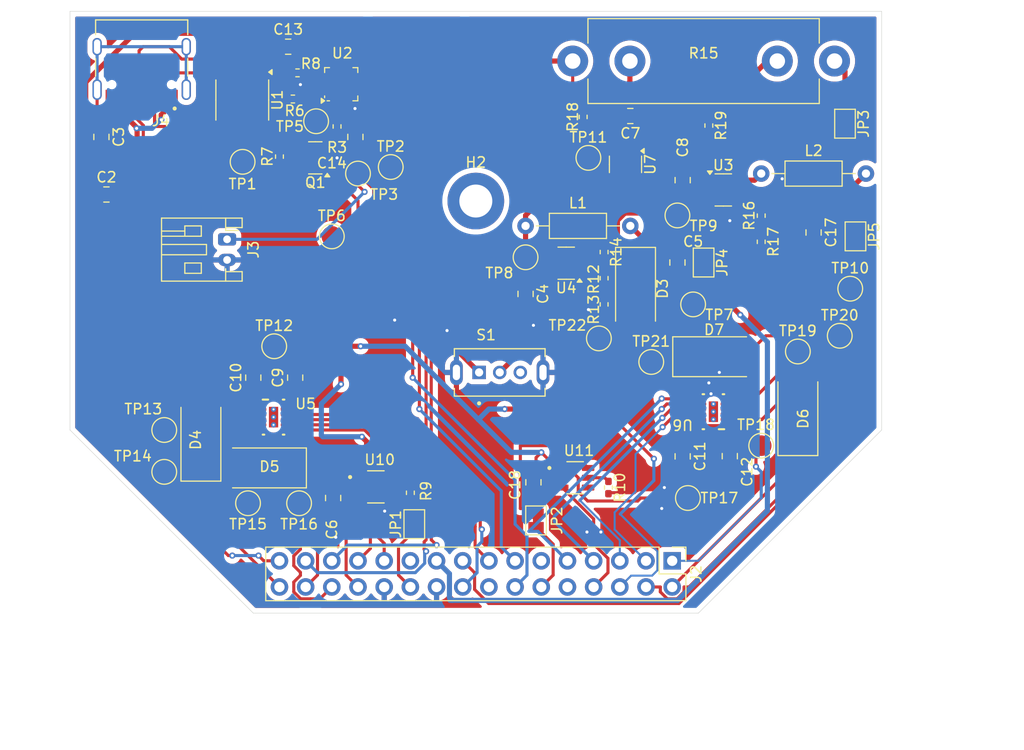
<source format=kicad_pcb>
(kicad_pcb (version 20241229) (generator "pcbnew") (generator_version "9.0")
  (layers (0 "F.Cu" signal) (2 "B.Cu" signal) (13 "F.Paste" user) (15 "B.Paste" user) (5 "F.SilkS" user "F.Silkscreen") (7 "B.SilkS" user "B.Silkscreen") (1 "F.Mask" user) (3 "B.Mask" user) (25 "Edge.Cuts" user))
  (net 0 "")
  (net 1 "Net-(U1-VDD)")
  (net 2 "USB-C")
  (net 3 "GND")
  (net 4 "Net-(D3-K)")
  (net 5 "+5V")
  (net 6 "VBUS")
  (net 7 "BATT")
  (net 8 "unconnected-(U2-~{CHG}-Pad9)")
  (net 9 "unconnected-(U2-~{PGOOD}-Pad7)")
  (net 10 "Net-(D3-A)")
  (net 11 "MOTOR1_B_OUT")
  (net 12 "MOTOR1_A_OUT")
  (net 13 "Motor2_B_OUT")
  (net 14 "Motor2_A_OUT")
  (net 15 "MOTOR3_A_OUT")
  (net 16 "MOTOR3_B_OUT")
  (net 17 "Motor4_B_OUT")
  (net 18 "Motor4_A_OUT")
  (net 19 "CC2")
  (net 20 "CC1")
  (net 21 "I2C1_SCL")
  (net 22 "MOTOR1_CTRL2")
  (net 23 "MOTOR4_CTRL1")
  (net 24 "EXT_LOAD2_OUT")
  (net 25 "HV")
  (net 26 "+3V3")
  (net 27 "EXT_LOAD1_OUT")
  (net 28 "MOTOR3_CTRL2")
  (net 29 "MOTOR2_CTRL1")
  (net 30 "MOTOR2_CTRL2")
  (net 31 "RESV")
  (net 32 "FAST_CHARGE_CTRL")
  (net 33 "CTRL_EXT_LOAD2")
  (net 34 "MOTOR3_CTRL1")
  (net 35 "CTRL_EXT_LOAD1")
  (net 36 "USART2_RX")
  (net 37 "MOTOR1_CTRL1")
  (net 38 "I2C1_SDA")
  (net 39 "USART2_TX")
  (net 40 "Net-(Q1-D)")
  (net 41 "Net-(U2-TS)")
  (net 42 "+3V7")
  (net 43 "Net-(U2-ISET)")
  (net 44 "Net-(U2-ITERM)")
  (net 45 "Net-(U4-FB)")
  (net 46 "Net-(U7-IN+)")
  (net 47 "Net-(U7-IN-)")
  (net 48 "Net-(C3-Pad1)")
  (net 51 "DN")
  (net 52 "DP")
  (net 55 "Net-(U3-FB)")
  (net 56 "Net-(U3-SW)")
  (net 57 "Net-(U10-ILIM)")
  (net 58 "Net-(U11-ILIM)")
  (net 64 "Net-(R15-Pad2)")
  (net 65 "Net-(R15-Pad3)")
  (net 66 "Net-(JP5-A)")
  (net 67 "Net-(JP1-B)")
  (net 68 "Net-(JP2-B)")
  (net 69 "Net-(JP3-A)")
  (net 70 "Power_ON")
  (net 72 "STEP")
  (net 73 "MOTOR4_CTRL2")
  (net 74 "Net-(R12-Pad1)")
  (footprint "Capacitor_SMD:C_0805_2012Metric_Pad1.18x1.45mm_HandSolder" (layer "F.Cu") (at 97.028 96.012 -90)
    (property "Reference" "C3")
    (property "Value" "100nF")
  )
  (footprint "Package_DFN_QFN:VQFN-16-1EP_3x3mm_P0.5mm_EP1.6x1.6mm" (layer "F.Cu") (at 120.2915 90.8945 90)
    (property "Reference" "U2")
    (property "Value" "BQ24074RGT")
  )
  (footprint "Capacitor_SMD:C_0805_2012Metric_Pad1.18x1.45mm_HandSolder" (layer "F.Cu") (at 157.988 127 -90)
    (property "Reference" "C12")
    (property "Value" "1uF")
  )
  (footprint "Resistor_SMD:R_0402_1005Metric_Pad0.72x0.64mm_HandSolder" (layer "F.Cu") (at 145.796 112.268 -90)
    (property "Reference" "R13")
    (property "Value" "15K")
  )
  (footprint "TestPoint:TestPoint_Pad_D2.0mm" (layer "F.Cu") (at 161.036 125.984)
    (property "Reference" "TP18")
    (property "Value" "TestPoint")
  )
  (footprint "Capacitor_SMD:C_0805_2012Metric_Pad1.18x1.45mm_HandSolder" (layer "F.Cu") (at 121.666 96.012 -90)
    (property "Reference" "C14")
    (property "Value" "1uF")
  )
  (footprint "Diode_SMD:D_2512_6332Metric_Pad1.52x3.35mm_HandSolder" (layer "F.Cu") (at 156.464 117.348)
    (property "Reference" "D7")
    (property "Value" "D")
  )
  (footprint "Package_TO_SOT_SMD:SOT-23" (layer "F.Cu") (at 117.7775 98.044 180)
    (property "Reference" "Q1")
    (property "Value" "2N7002")
  )
  (footprint "TestPoint:TestPoint_Pad_D2.0mm" (layer "F.Cu") (at 169.672 110.744)
    (property "Reference" "TP10")
    (property "Value" "TestPoint")
  )
  (footprint "Resistor_SMD:R_0402_1005Metric_Pad0.72x0.64mm_HandSolder" (layer "F.Cu") (at 161.036 103.653 90)
    (property "Reference" "R16")
    (property "Value" "56K")
  )
  (footprint "TestPoint:TestPoint_Pad_D2.0mm" (layer "F.Cu") (at 110.726 98.428)
    (property "Reference" "TP1")
    (property "Value" "TestPoint")
  )
  (footprint "TestPoint:TestPoint_Pad_D2.0mm" (layer "F.Cu") (at 111.252 131.572)
    (property "Reference" "TP15")
    (property "Value" "TestPoint")
  )
  (footprint "Connector_PinHeader_2.54mm:PinHeader_2x16_P2.54mm_Vertical" (layer "F.Cu") (at 152.4 137.16 -90)
    (property "Reference" "J2")
    (property "Value" "Conn_02x16_Counter_Clockwise")
  )
  (footprint "Jumper:SolderJumper-2_P1.3mm_Bridged_Pad1.0x1.5mm" (layer "F.Cu") (at 155.448 108.204 -90)
    (property "Reference" "JP4")
    (property "Value" "Jumper_2_Bridged")
  )
  (footprint "TestPoint:TestPoint_Pad_D2.0mm" (layer "F.Cu") (at 152.908 103.632)
    (property "Reference" "TP9")
    (property "Value" "TestPoint")
  )
  (footprint "DSS0012A:SOT95P280X145-6N" (layer "F.Cu") (at 142.987 129.098)
    (property "Reference" "U11")
    (property "Value" "TPS2553DBVR")
  )
  (footprint "TestPoint:TestPoint_Pad_D2.0mm" (layer "F.Cu") (at 121.92 99.568)
    (property "Reference" "TP3")
    (property "Value" "TestPoint")
  )
  (footprint "DSS0012A:DSS0012A" (layer "F.Cu") (at 113.726001 123.21)
    (property "Reference" "U5")
    (property "Value" "DRV8835DSSR")
  )
  (footprint "Capacitor_SMD:C_0805_2012Metric_Pad1.18x1.45mm_HandSolder" (layer "F.Cu") (at 115.1465 87.252)
    (property "Reference" "C13")
    (property "Value" "1uF")
  )
  (footprint "Resistor_SMD:R_0402_1005Metric_Pad0.72x0.64mm_HandSolder" (layer "F.Cu") (at 145.796 107.188 -90)
    (property "Reference" "R14")
    (property "Value" "100k")
  )
  (footprint "TestPoint:TestPoint_Pad_D2.0mm" (layer "F.Cu") (at 116.205 131.572)
    (property "Reference" "TP16")
    (property "Value" "TestPoint")
  )
  (footprint "Inductor_THT:L_Axial_L5.3mm_D2.2mm_P10.16mm_Horizontal_Vishay_IM-1" (layer "F.Cu") (at 138.176 104.648)
    (property "Reference" "L1")
    (property "Value" "10uH")
  )
  (footprint "Jumper:SolderJumper-2_P1.3mm_Bridged_Pad1.0x1.5mm" (layer "F.Cu") (at 127.381 133.604 90)
    (property "Reference" "JP1")
    (property "Value" "Jumper_2_Bridged")
  )
  (footprint "Capacitor_SMD:C_0805_2012Metric_Pad1.18x1.45mm_HandSolder" (layer "F.Cu") (at 153.416 100.208 -90)
    (property "Reference" "C8")
    (property "Value" "1uF")
  )
  (footprint "Package_TO_SOT_SMD:SOT-23-8" (layer "F.Cu") (at 147.869 98.6735 -90)
    (property "Reference" "U7")
    (property "Value" "INA219AxDCN")
  )
  (footprint "Package_TO_SOT_SMD:SOT-23-5" (layer "F.Cu") (at 157.3585 101.158)
    (property "Reference" "U3")
    (property "Value" "TPS62200DBV")
  )
  (footprint "Package_SO:SSOP-10-1EP_3.9x4.9mm_P1mm_EP2.1x3.3mm" (layer "F.Cu") (at 110.694 92.4295 -90)
    (property "Reference" "U1")
    (property "Value" "CH224K")
  )
  (footprint "TestPoint:TestPoint_Pad_D2.0mm" (layer "F.Cu") (at 145.288 115.57)
    (property "Reference" "TP22")
    (property "Value" "TestPoint")
  )
  (footprint "TestPoint:TestPoint_Pad_D2.0mm" (layer "F.Cu") (at 150.368 117.856)
    (property "Reference" "TP21")
    (property "Value" "TestPoint")
  )
  (footprint "TestPoint:TestPoint_Pad_D2.0mm" (layer "F.Cu") (at 103.124 124.46)
    (property "Reference" "TP13")
    (property "Value" "TestPoint")
  )
  (footprint "Resistor_SMD:R_0402_1005Metric_Pad0.72x0.64mm_HandSolder" (layer "F.Cu") (at 146.2145 130.048 90)
    (property "Reference" "R10")
    (property "Value" "27k")
  )
  (footprint "Capacitor_SMD:C_0805_2012Metric_Pad1.18x1.45mm_HandSolder" (layer "F.Cu") (at 119.507 131.064 -90)
    (property "Reference" "C6")
    (property "Value" "10uF")
  )
  (footprint "Capacitor_SMD:C_0805_2012Metric_Pad1.18x1.45mm_HandSolder" (layer "F.Cu") (at 115.824 119.38 90)
    (property "Reference" "C9")
    (property "Value" "1uF")
  )
  (footprint "Connector_JST:JST_PH_S2B-PH-K_1x02_P2.00mm_Horizontal" (layer "F.Cu") (at 109.22 105.95 -90)
    (property "Reference" "J3")
    (property "Value" "Conn_01x02")
  )
  (footprint "DSS0012A:SOT95P280X145-6N" (layer "F.Cu") (at 123.653 129.982)
    (property "Reference" "U10")
    (property "Value" "TPS2553DBVR")
  )
  (footprint "Diode_SMD:D_2512_6332Metric_Pad1.52x3.35mm_HandSolder" (layer "F.Cu") (at 164.592 122.936 90)
    (property "Reference" "D6")
    (property "Value" "D")
  )
  (footprint "Capacitor_SMD:C_0805_2012Metric_Pad1.18x1.45mm_HandSolder" (layer "F.Cu") (at 138.176 111.252 -90)
    (property "Reference" "C4")
    (property "Value" "22uF")
  )
  (footprint "DSS0012A:DSS0012A" (layer "F.Cu") (at 156.398001 122.686 180)
    (property "Reference" "U6")
    (property "Value" "DRV8835DSSR")
  )
  (footprint "TestPoint:TestPoint_Pad_D2.0mm" (layer "F.Cu") (at 119.38 105.664)
    (property "Reference" "TP6")
    (property "Value" "TestPoint")
  )
  (footprint "Capacitor_SMD:C_0805_2012Metric_Pad1.18x1.45mm_HandSolder" (layer "F.Cu") (at 97.5145 101.6)
    (property "Reference" "C2")
    (property "Value" "1uF")
  )
  (footprint "Diode_SMD:D_2512_6332Metric_Pad1.52x3.35mm_HandSolder" (layer "F.Cu") (at 112.903 128.143 180)
    (property "Reference" "D5")
    (property "Value" "D")
  )
  (footprint "Resistor_SMD:R_0402_1005Metric_Pad0.72x0.64mm_HandSolder" (layer "F.Cu") (at 119.888 94.996 90)
    (property "Reference" "R3")
    (property "Value" "10k")
  )
  (footprint "Jumper:SolderJumper-2_P1.3mm_Bridged_Pad1.0x1.5mm" (layer "F.Cu") (at 139.192 133.238 90)
    (property "Reference" "JP2")
    (property "Value" "Jumper_2_Bridged")
  )
  (footprint "Capacitor_SMD:C_0805_2012Metric_Pad1.18x1.45mm_HandSolder" (layer "F.Cu") (at 138.938 129.54 -90)
    (property "Reference" "C18")
    (property "Value" "10uF")
  )
  (footprint "TestPoint:TestPoint_Pad_D2.0mm" (layer "F.Cu") (at 154.432 112.268)
    (property "Reference" "TP7")
    (property "Value" "TestPoint")
  )
  (footprint "Capacitor_SMD:C_0805_2012Metric_Pad1.18x1.45mm_HandSolder" (layer "F.Cu") (at 166.116 105.288 -90)
    (property "Reference" "C17")
    (property "Value" "10uF")
  )
  (footprint "Jumper:SolderJumper-2_P1.3mm_Bridged_Pad1.0x1.5mm" (layer "F.Cu") (at 170.18 105.664 -90)
    (property "Reference" "JP5")
    (property "Value" "Jumper_2_Bridged")
  )
  (footprint "Resistor_SMD:R_0402_1005Metric_Pad0.72x0.64mm_HandSolder" (layer "F.Cu") (at 127 130.556 90)
    (property "Reference" "R9")
    (property "Value" "27k")
  )
  (footprint "Resistor_SMD:R_0402_1005Metric_Pad0.72x0.64mm_HandSolder" (layer "F.Cu") (at 115.604 92.332)
    (property "Reference" "R6")
    (property "Value" "1.5k")
  )
  (footprint "TestPoint:TestPoint_Pad_D2.0mm" (layer "F.Cu") (at 117.856 94.488)
    (property "Reference" "TP5")
    (property "Value" "TestPoint")
  )
  (footprint "Capacitor_SMD:C_0805_2012Metric_Pad1.18x1.45mm_HandSolder" (layer "F.Cu") (at 152.908 108.204 -90)
    (property "Reference" "C5")
    (property "Value" "22uF")
  )
  (footprint "Resistor_SMD:R_0402_1005Metric_Pad0.72x0.64mm_HandSolder" (layer "F.Cu") (at 143.764 94.0695 -90)
    (property "Reference" "R18")
    (property "Value" "10")
  )
  (footprint "Diode_SMD:D_2512_6332Metric_Pad1.52x3.35mm_HandSolder" (layer "F.Cu") (at 148.844 110.744 -90)
    (property "Reference" "D3")
    (property "Value" "D")
  )
  (footprint "TestPoint:TestPoint_Pad_D2.0mm" (layer "F.Cu") (at 125.095 98.933)
    (property "Reference" "TP2")
    (property "Value" "TestPoint")
  )
  (footprint "Resistor_SMD:R_0402_1005Metric_Pad0.72x0.64mm_HandSolder" (layer "F.Cu") (at 145.796 109.728 -90)
    (property "Reference" "R12")
    (property "Value" "10k")
  )
  (footprint "TestPoint:TestPoint_Pad_D2.0mm" (layer "F.Cu") (at 168.656 115.316)
    (property "Reference" "TP20")
    (property "Value" "TestPoint")
  )
  (footprint "Jumper:SolderJumper-2_P1.3mm_Bridged_Pad1.0x1.5mm" (layer "F.Cu") (at 169.164 94.727 -90)
    (property "Reference" "JP3")
    (property "Value" "Jumper_2_Bridged")
  )
  (footprint "Resistor_SMD:R_0402_1005Metric_Pad0.72x0.64mm_HandSolder" (layer "F.Cu") (at 116.0515 89.792 180)
    (property "Reference" "R8")
    (property "Value" "2.7k")
  )
  (footprint "TestPoint:TestPoint_Pad_D2.0mm" (layer "F.Cu") (at 103.124 128.524)
    (property "Reference" "TP14")
    (property "Value" "TestPoint")
  )
  (footprint "TestPoint:TestPoint_Pad_D2.0mm" (layer "F.Cu") (at 164.592 116.84)
    (property "Reference" "TP19")
    (property "Value" "TestPoint")
  )
  (footprint "Package_TO_SOT_SMD:SOT-23-6" (layer "F.Cu") (at 142.1185 108.27 180)
    (property "Reference" "U4")
    (property "Value" "MT3608")
  )
  (footprint "TestPoint:TestPoint_Pad_D2.0mm" (layer "F.Cu") (at 144.272 98.044)
    (property "Reference" "TP11")
    (property "Value" "TestPoint")
  )
  (footprint "Resistor_THT:R_Axial_Shunt_L22.2mm_W8.0mm_PS14.30mm_P25.40mm" (layer "F.Cu") (at 142.748 88.646)
    (property "Reference" "R15")
    (property "Value" "R_Shunt_US")
  )
  (footprint "Resistor_SMD:R_0402_1005Metric_Pad0.72x0.64mm_HandSolder" (layer "F.Cu") (at 161.036 106.193 -90)
    (property "Reference" "R17")
    (property "Value" "10K")
  )
  (footprint "MountingHole:MountingHole_3.2mm_M3_ISO14580_Pad_TopBottom" (layer "F.Cu") (at 133.35 102.235)
    (property "Reference" "H2")
    (property "Value" "MountingHole")
  )
  (footprint "TestPoint:TestPoint_Pad_D2.0mm" (layer "F.Cu") (at 138.176 107.696)
    (property "Reference" "TP8")
    (property "Value" "TestPoint")
  )
  (footprint "Resistor_SMD:R_0402_1005Metric_Pad0.72x0.64mm_HandSolder" (layer "F.Cu") (at 155.956 94.9065 -90)
    (property "Reference" "R19")
    (property "Value" "10")
  )
  (footprint "Diode_SMD:D_2512_6332Metric_Pad1.52x3.35mm_HandSolder" (layer "F.Cu") (at 106.68 125.4155 90)
    (property "Reference" "D4")
    (property "Value" "D")
  )
  (footprint "DSS0012A:SW_SS12D07VG4" (layer "F.Cu") (at 135.668 118.872)
    (property "Reference" "S1")
    (property "Value" "SS12D07VG4")
  )
  (footprint "DSS0012A:HRO_TYPE-C-31-M-12" (layer "F.Cu") (at 100.934 87.252 180)
    (property "Reference" "J4")
    (property "Value" "TYPE-C-31-M-12")
  )
  (footprint "Capacitor_SMD:C_0805_2012Metric_Pad1.18x1.45mm_HandSolder" (layer "F.Cu") (at 111.76 119.38 90)
    (property "Reference" "C10")
    (property "Value" "1uF")
  )
  (footprint "Capacitor_SMD:C_0805_2012Metric_Pad1.18x1.45mm_HandSolder" (layer "F.Cu") (at 153.416 127.0215 -90)
    (property "Reference" "C11")
    (property "Value" "1uF")
  )
  (footprint "Inductor_THT:L_Axial_L5.3mm_D2.2mm_P10.16mm_Horizontal_Vishay_IM-1" (layer "F.Cu") (at 161.036 99.568)
    (property "Reference" "L2")
    (property "Value" "10uH")
  )
  (footprint "TestPoint:TestPoint_Pad_D2.0mm" (layer "F.Cu") (at 153.924 131.064)
    (property "Reference" "TP17")
    (property "Value" "TestPoint")
  )
  (footprint "Resistor_SMD:R_0402_1005Metric_Pad0.72x0.64mm_HandSolder" (layer "F.Cu") (at 114.3 97.92 90)
    (property "Reference" "R7")
    (property "Value" "2.7k")
  )
  (footprint "Capacitor_SMD:C_0805_2012Metric_Pad1.18x1.45mm_HandSolder" (layer "F.Cu") (at 148.336 93.98 180)
    (property "Reference" "C7")
    (property "Value" "1uF")
  )
  (footprint "TestPoint:TestPoint_Pad_D2.0mm" (layer "F.Cu") (at 113.792 116.332)
    (property "Reference" "TP12")
    (property "Value" "TestPoint")
  )
  (gr_line (start 172.72 83.82) (end 93.98 83.82) (stroke (width 0.05)) (layer "Edge.Cuts"))
  (gr_line (start 93.98 124.46) (end 111.76 142.24) (stroke (width 0.05)) (layer "Edge.Cuts"))
  (gr_line (start 154.94 142.24) (end 172.72 124.46) (stroke (width 0.05)) (layer "Edge.Cuts"))
  (gr_line (start 93.98 83.82) (end 93.98 124.46) (stroke (width 0.05)) (layer "Edge.Cuts"))
  (gr_line (start 111.76 142.24) (end 154.94 142.24) (stroke (width 0.05)) (layer "Edge.Cuts"))
  (gr_line (start 172.72 124.46) (end 172.72 83.82) (stroke (width 0.05)) (layer "Edge.Cuts"))
  (segment (start 132.08 86.868) (end 129.9875 86.868) (width 0.3) (layer "F.Cu") (net 0))
  (segment (start 125.857 89.9765) (end 126.648 90.7675) (width 0.5) (layer "F.Cu") (net 0))
  (segment (start 126.648 90.7675) (end 128.651 90.7675) (width 0.5) (layer "F.Cu") (net 0))
  (segment (start 95.504 90.702794) (end 100.255794 85.951) (width 0.5) (layer "F.Cu") (net 1))
  (segment (start 111.4776 87.884) (end 112.445 88.8514) (width 0.5) (layer "F.Cu") (net 1))
  (segment (start 112.445 89.792) (end 112.694 89.792) (width 0.5) (layer "F.Cu") (net 1))
  (segment (start 109.22 86.6264) (end 110.4776 87.884) (width 0.5) (layer "F.Cu") (net 1))
  (segment (start 96.477 100.3775) (end 95.504 99.4045) (width 0.5) (layer "F.Cu") (net 1))
  (segment (start 96.477 101.6) (end 96.477 100.3775) (width 0.5) (layer "F.Cu") (net 1))
  (segment (start 109.827 85.951) (end 109.22 86.558) (width 0.5) (layer "F.Cu") (net 1))
  (segment (start 110.4776 87.884) (end 111.4776 87.884) (width 0.5) (layer "F.Cu") (net 1))
  (segment (start 112.445 88.8514) (end 112.445 89.792) (width 0.5) (layer "F.Cu") (net 1))
  (segment (start 109.22 86.558) (end 109.22 86.6264) (width 0.5) (layer "F.Cu") (net 1))
  (segment (start 100.255794 85.951) (end 109.827 85.951) (width 0.5) (layer "F.Cu") (net 1))
  (segment (start 95.504 99.4045) (end 95.504 90.702794) (width 0.5) (layer "F.Cu") (net 1))
  (segment (start 98.583 93.230942) (end 100.491 95.138942) (width 0.5) (layer "F.Cu") (net 2))
  (segment (start 98.583 92.051) (end 98.583 93.230942) (width 0.5) (layer "F.Cu") (net 2))
  (segment (start 102.834 94.346) (end 102.834 93.86089) (width 0.5) (layer "F.Cu") (net 2))
  (segment (start 98.552 100.584) (end 98.552 101.6) (width 0.5) (layer "F.Cu") (net 2))
  (segment (start 98.534 92.002) (end 98.583 92.051) (width 0.5) (layer "F.Cu") (net 2))
  (segment (start 103.334 93.36089) (end 103.334 92.002) (width 0.5) (layer "F.Cu") (net 2))
  (segment (start 100.491 95.138942) (end 100.491 98.645) (width 0.5) (layer "F.Cu") (net 2))
  (segment (start 100.491 95.138942) (end 100.456351 95.173591) (width 0.5) (layer "F.Cu") (net 2))
  (segment (start 100.491 98.645) (end 98.552 100.584) (width 0.5) (layer "F.Cu") (net 2))
  (segment (start 100.456351 95.173591) (end 100.442 95.173591) (width 0.5) (layer "F.Cu") (net 2))
  (segment (start 102.834 93.86089) (end 103.334 93.36089) (width 0.5) (layer "F.Cu") (net 2))
  (via (at 100.442 95.173591) (size 0.6) (drill 0.3) (layers "F.Cu" "B.Cu") (net 2))
  (via (at 102.834 94.346) (size 0.6) (drill 0.3) (layers "F.Cu" "B.Cu") (net 2))
  (segment (start 102.834 94.346) (end 102.758 94.346) (width 0.5) (layer "B.Cu") (net 2))
  (segment (start 101.930409 95.173591) (end 100.442 95.173591) (width 0.5) (layer "B.Cu") (net 2))
  (segment (start 102.758 94.346) (end 101.930409 95.173591) (width 0.5) (layer "B.Cu") (net 2))
  (segment (start 124.505 132.334) (end 125.8195 132.334) (width 0.5) (layer "F.Cu") (net 3))
  (segment (start 113.411 125.095) (end 113.538 125.095) (width 0.3) (layer "F.Cu") (net 3))
  (segment (start 157.348002 121.280002) (end 155.956 119.888) (width 0.2) (layer "F.Cu") (net 3))
  (segment (start 157.48 104.648) (end 157.988 104.14) (width 0.3) (layer "F.Cu") (net 3))
  (segment (start 121.666 97.0495) (end 120.4175 97.0495) (width 0.3) (layer "F.Cu") (net 3))
  (segment (start 121.678 90.1955) (end 120.9905 90.1955) (width 0.2) (layer "F.Cu") (net 3))
  (segment (start 113.538 125.095) (end 114.3 125.095) (width 0.3) (layer "F.Cu") (net 3))
  (segment (start 97.536 102.616) (end 97.493 102.616) (width 0.3) (layer "F.Cu") (net 3))
  (segment (start 147.544 96.236) (end 147.32 96.012) (width 0.3) (layer "F.Cu") (net 3))
  (segment (start 143.256 108.27) (end 143.918499 108.27) (width 0.2) (layer "F.Cu") (net 3))
  (segment (start 120.396 97.028) (end 120.396 97.536) (width 0.2) (layer "F.Cu") (net 3))
  (segment (start 121.0415 92.66876) (end 121.62837 93.25563) (width 0.2) (layer "F.Cu") (net 3))
  (segment (start 119.5925 90.1955) (end 120.2915 90.8945) (width 0.2) (layer "F.Cu") (net 3))
  (segment (start 119.5415 89.457) (end 119.5415 88.5535) (width 0.2) (layer "F.Cu") (net 3))
  (segment (start 120.396 97.536) (end 119.888 98.044) (width 0.2) (layer "F.Cu") (net 3))
  (segment (start 121.0415 92.332) (end 120.9905 92.281) (width 0.2) (layer "F.Cu") (net 3))
  (segment (start 119.5415 88.5535) (end 119.38 88.392) (width 0.2) (layer "F.Cu") (net 3))
  (segment (start 120.9905 90.1955) (end 120.2915 90.8945) (width 0.2) (layer "F.Cu") (net 3))
  (segment (start 121.0415 92.332) (end 121.0415 92.66876) (width 0.2) (layer "F.Cu") (net 3))
  (segment (start 151.638 129.794) (end 151.638 130.048) (width 0.3) (layer "F.Cu") (net 3))
  (segment (start 112.776 124.46) (end 113.411 125.095) (width 0.3) (layer "F.Cu") (net 3))
  (segment (start 119.5415 89.457) (end 119.5925 89.508) (width 0.2) (layer "F.Cu") (net 3))
  (segment (start 119.888 95.5935) (end 120.396 96.1015) (width 0.2) (layer "F.Cu") (net 3))
  (segment (start 121.729 90.1445) (end 121.678 90.1955) (width 0.2) (layer "F.Cu") (net 3))
  (segment (start 120.4175 97.0495) (end 120.396 97.028) (width 0.3) (layer "F.Cu") (net 3))
  (segment (start 119.5925 89.508) (end 119.5925 90.1955) (width 0.2) (layer "F.Cu") (net 3))
  (segment (start 144.272 108.623501) (end 144.272 110.236) (width 0.2) (layer "F.Cu") (net 3))
  (segment (start 144.78 112.776) (end 144.272 112.776) (width 0.3) (layer "F.Cu") (net 3))
  (segment (start 147.544 97.536) (end 147.544 96.236) (width 0.3) (layer "F.Cu") (net 3))
  (segment (start 125.8195 132.334) (end 127 131.1535) (width 0.5) (layer "F.Cu") (net 3))
  (segment (start 120.396 96.1015) (end 120.396 97.028) (width 0.2) (layer "F.Cu") (net 3))
  (segment (start 97.536 100.584) (end 97.536 102.616) (width 0.3) (layer "F.Cu") (net 3))
  (segment (start 143.918499 108.27) (end 144.272 108.623501) (width 0.2) (layer "F.Cu") (net 3))
  (segment (start 116.332 90.67) (end 116.332 90.932) (width 0.2) (layer "F.Cu") (net 3))
  (segment (start 115.454 89.792) (end 116.332 90.67) (width 0.2) (layer "F.Cu") (net 3))
  (segment (start 120.9905 91.5935) (end 120.2915 90.8945) (width 0.2) (layer "F.Cu") (net 3))
  (segment (start 144.018 134.366) (end 144.13 134.366) (width 0.3) (layer "F.Cu") (net 3))
  (segment (start 157.348002 121.436) (end 157.348002 121.280002) (width 0.2) (layer "F.Cu") (net 3))
  (segment (start 120.9905 92.281) (end 120.9905 91.5935) (width 0.2) (layer "F.Cu") (net 3))
  (via (at 138.938 114.3) (size 0.6) (drill 0.3) (layers "F.Cu" "B.Cu") (net 3))
  (via (at 157.988 104.14) (size 0.6) (drill 0.3) (layers "F.Cu" "B.Cu") (net 3))
  (via (at 116.332 90.932) (size 0.6) (drill 0.3) (layers "F.Cu" "B.Cu") (net 3))
  (via (at 163.068 100.076) (size 0.6) (drill 0.3) (layers "F.Cu" "B.Cu") (net 3))
  (via (at 151.384 132.08) (size 0.6) (drill 0.3) (layers "F.Cu" "B.Cu") (net 3))
  (via (at 124.505 132.334) (size 0.6) (drill 0.3) (layers "F.Cu" "B.Cu") (net 3))
  (via (at 145.48 134.366) (size 0.6) (drill 0.3) (layers "F.Cu" "B.Cu") (net 3))
  (via (at 155.956 119.888) (size 0.6) (drill 0.3) (layers "F.Cu" "B.Cu") (net 3))
  (via (at 144.13 134.366) (size 0.6) (drill 0.3) (layers "F.Cu" "B.Cu") (net 3))
  (via (at 144.272 112.776) (size 0.6) (drill 0.3) (layers "F.Cu" "B.Cu") (net 3))
  (via (at 156.972 118.872) (size 0.6) (drill 0.3) (layers "F.Cu" "B.Cu") (net 3))
  (via (at 119.761 134.874) (size 0.6) (drill 0.3) (layers "F.Cu" "B.Cu") (net 3))
  (via (at 125.476 113.792) (size 0.6) (drill 0.3) (layers "F.Cu" "B.Cu") (net 3))
  (via (at 151.638 130.048) (size 0.6) (drill 0.3) (layers "F.Cu" "B.Cu") (net 3))
  (via (at 130.556 114.808) (size 0.6) (drill 0.3) (layers "F.Cu" "B.Cu") (net 3))
  (via (at 119.888 98.044) (size 0.6) (drill 0.3) (layers "F.Cu" "B.Cu") (net 3))
  (via (at 156.166735 120.947265) (size 0.6) (drill 0.3) (layers "F.Cu" "B.Cu") (net 3))
  (via (at 121.62837 93.25563) (size 0.6) (drill 0.3) (layers "F.Cu" "B.Cu") (net 3))
  (segment (start 155.956 119.888) (end 156.972 118.872) (width 0.2) (layer "B.Cu") (net 3))
  (segment (start 123.952 133.096) (end 123.952 132.887) (width 0.5) (layer "B.Cu") (net 3))
  (segment (start 116.332 89.408) (end 118.364 87.376) (width 0.2) (layer "B.Cu") (net 3))
  (segment (start 116.332 90.932) (end 116.332 89.408) (width 0.2) (layer "B.Cu") (net 3))
  (segment (start 145.48 134.366) (end 144.13 134.366) (width 0.3) (layer "B.Cu") (net 3))
  (segment (start 123.952 132.887) (end 124.505 132.334) (width 0.5) (layer "B.Cu") (net 3))
  (segment (start 142.24 114.3) (end 143.764 112.776) (width 0.3) (layer "B.Cu") (net 3))
  (segment (start 119.888 98.044) (end 116.84 101.092) (width 0.2) (layer "B.Cu") (net 3))
  (segment (start 151.638 130.048) (end 151.638 131.826) (width 0.3) (layer "B.Cu") (net 3))
  (segment (start 122.174 134.874) (end 123.952 133.096) (width 0.5) (layer "B.Cu") (net 3))
  (segment (start 130.556 114.808) (end 129.54 113.792) (width 0.3) (layer "B.Cu") (net 3))
  (segment (start 120.142 134.874) (end 119.761 134.874) (width 0.5) (layer "B.Cu") (net 3))
  (segment (start 122.174 134.874) (end 120.142 134.874) (width 0.5) (layer "B.Cu") (net 3))
  (segment (start 151.638 131.826) (end 151.384 132.08) (width 0.3) (layer "B.Cu") (net 3))
  (segment (start 159.004 104.14) (end 163.068 100.076) (width 0.3) (layer "B.Cu") (net 3))
  (segment (start 129.54 113.792) (end 125.476 113.792) (width 0.3) (layer "B.Cu") (net 3))
  (segment (start 138.938 114.3) (end 142.24 114.3) (width 0.3) (layer "B.Cu") (net 3))
  (segment (start 157.988 104.14) (end 159.004 104.14) (width 0.3) (layer "B.Cu") (net 3))
  (segment (start 116.84 101.092) (end 115.316 101.092) (width 0.2) (layer "B.Cu") (net 3))
  (segment (start 143.764 112.776) (end 144.272 112.776) (width 0.3) (layer "B.Cu") (net 3))
  (segment (start 152.908 107.1665) (end 152.908 106.68) (width 0.5) (layer "F.Cu") (net 4))
  (segment (start 152.908 107.1665) (end 155.0605 107.1665) (width 0.5) (layer "F.Cu") (net 4))
  (segment (start 155.0605 107.1665) (end 155.448 107.554) (width 0.5) (layer "F.Cu") (net 4))
  (segment (start 147.085 105.9975) (end 148.844 107.7565) (width 0.5) (layer "F.Cu") (net 4))
  (segment (start 148.6045 107.517) (end 148.844 107.7565) (width 0.5) (layer "F.Cu") (net 4))
  (segment (start 146.492 106.5905) (end 147.085 105.9975) (width 0.2) (layer "F.Cu") (net 4))
  (segment (start 145.796 106.5905) (end 146.492 106.5905) (width 0.2) (layer "F.Cu") (net 4))
  (segment (start 147.817818 103.397) (end 147.085 104.129818) (width 0.5) (layer "F.Cu") (net 4))
  (segment (start 147.085 104.129818) (end 147.085 105.9975) (width 0.5) (layer "F.Cu") (net 4))
  (segment (start 152.908 106.68) (end 149.625 103.397) (width 0.5) (layer "F.Cu") (net 4))
  (segment (start 149.625 103.397) (end 147.817818 103.397) (width 0.5) (layer "F.Cu") (net 4))
  (segment (start 111.76 120.4175) (end 115.099 120.4175) (width 0.5) (layer "F.Cu") (net 5))
  (segment (start 138.938 128.5025) (end 139.192 128.2485) (width 0.3) (layer "F.Cu") (net 5))
  (segment (start 139.192 127.142) (end 139.7 126.634) (width 0.3) (layer "F.Cu") (net 5))
  (segment (start 153.416 125.984) (end 153.416 125.968003) (width 0.5) (layer "F.Cu") (net 5))
  (segment (start 115.099 120.4175) (end 114.675999 120.840501) (width 0.5) (layer "F.Cu") (net 5))
  (segment (start 122.753 127.1615) (end 120.396 129.5185) (width 0.5) (layer "F.Cu") (net 5))
  (segment (start 155.448003 123.936) (end 155.448003 123.537) (width 0.5) (layer "F.Cu") (net 5))
  (segment (start 120.396 129.5185) (end 120.015 129.5185) (width 0.5) (layer "F.Cu") (net 5))
  (segment (start 115.824 121.210999) (end 114.675999 122.359) (width 0.5) (layer "F.Cu") (net 5))
  (segment (start 113.792 118.3855) (end 113.792 116.332) (width 0.5) (layer "F.Cu") (net 5))
  (segment (start 159.004 113.284) (end 155.448 109.728) (width 0.5) (layer "F.Cu") (net 5))
  (segment (start 155.617003 124.137) (end 157.248 124.137) (width 0.5) (layer "F.Cu") (net 5))
  (segment (start 154.924 127.492) (end 154.924 130.064) (width 0.5) (layer "F.Cu") (net 5))
  (segment (start 148.917 118.291) (end 144.78 122.428) (width 0.5) (layer "F.Cu") (net 5))
  (segment (start 153.416 125.984) (end 154.924 127.492) (width 0.5) (layer "F.Cu") (net 5))
  (segment (start 122.29338 125.11762) (end 122.753 125.57724) (width 0.5) (layer "F.Cu") (net 5))
  (segment (start 148.917 117.254976) (end 148.917 118.291) (width 0.5) (layer "F.Cu") (net 5))
  (segment (start 154.432 112.776) (end 150.803 116.405) (width 0.5) (layer "F.Cu") (net 5))
  (segment (start 120.8825 129.032) (end 120.396 129.5185) (width 0.3) (layer "F.Cu") (net 5))
  (segment (start 122.398 129.032) (end 120.8825 129.032) (width 0.3) (layer "F.Cu") (net 5))
  (segment (start 144.197072 131.354) (end 149.062 131.354) (width 0.3) (layer "F.Cu") (net 5))
  (segment (start 115.824 120.4175) (end 115.099 120.4175) (width 0.5) (layer "F.Cu") (net 5))
  (segment (start 154.432 112.268) (end 154.432 112.776) (width 0.5) (layer "F.Cu") (net 5))
  (segment (start 155.448 109.728) (end 155.448 108.854) (width 0.5) (layer "F.Cu") (net 5))
  (segment (start 141.732 128.148) (end 142.336999 128.148) (width 0.3) (layer "F.Cu") (net 5))
  (segment (start 141.214 128.148) (end 141.732 128.148) (width 0.3) (layer "F.Cu") (net 5))
  (segment (start 113.792 116.332) (end 122.174 116.332) (width 0.5) (layer "F.Cu") (net 5))
  (segment (start 115.824 120.4175) (end 115.824 121.210999) (width 0.5) (layer "F.Cu") (net 5))
  (segment (start 154.924 130.064) (end 153.924 131.064) (width 0.5) (layer "F.Cu") (net 5))
  (segment (start 153.416 125.968003) (end 155.448003 123.936) (width 0.5) (layer "F.Cu") (net 5))
  (segment (start 144.78 122.428) (end 136.144 122.428) (width 0.5) (layer "F.Cu") (net 5))
  (segment (start 149.766976 116.405) (end 148.917 117.254976) (width 0.5) (layer "F.Cu") (net 5))
  (segment (start 120.015 129.5185) (end 119.507 130.0265) (width 0.5) (layer "F.Cu") (net 5))
  (segment (start 120.269 116.332) (end 113.792 116.332) (width 0.5) (layer "F.Cu") (net 5))
  (segment (start 143.286 130.442928) (end 144.197072 131.354) (width 0.3) (layer "F.Cu") (net 5))
  (segment (start 142.336999 128.148) (end 143.286 129.097001) (width 0.3) (layer "F.Cu") (net 5))
  (segment (start 155.448 108.854) (end 155.448 111.252) (width 0.5) (layer "F.Cu") (net 5))
  (segment (start 155.432003 123.952) (end 155.617003 124.137) (width 0.5) (layer "F.Cu") (net 5))
  (segment (start 120.269 120.015) (end 120.269 116.332) (width 0.5) (layer "F.Cu") (net 5))
  (segment (start 149.062 131.354) (end 149.352 131.064) (width 0.3) (layer "F.Cu") (net 5))
  (segment (start 112.776 120.7085) (end 112.776 121.858) (width 0.5) (layer "F.Cu") (net 5))
  (segment (start 122.753 125.57724) (end 122.753 127.1615) (width 0.5) (layer "F.Cu") (net 5))
  (segment (start 143.286 129.097001) (end 143.286 130.442928) (width 0.3) (layer "F.Cu") (net 5))
  (segment (start 139.192 128.2485) (end 139.192 127.142) (width 0.3) (layer "F.Cu") (net 5))
  (segment (start 155.448 111.252) (end 154.432 112.268) (width 0.5) (layer "F.Cu") (net 5))
  (segment (start 114.675999 120.840501) (end 114.675999 121.884003) (width 0.5) (layer "F.Cu") (net 5))
  (segment (start 139.7 126.634) (end 141.214 128.148) (width 0.3) (layer "F.Cu") (net 5))
  (segment (start 111.76 120.4175) (end 112.485 120.4175) (width 0.5) (layer "F.Cu") (net 5))
  (segment (start 111.76 120.4175) (end 113.792 118.3855) (width 0.5) (layer "F.Cu") (net 5))
  (segment (start 150.803 116.405) (end 149.766976 116.405) (width 0.5) (layer "F.Cu") (net 5))
  (segment (start 155.448003 123.936) (end 155.432003 123.952) (width 0.5) (layer "F.Cu") (net 5))
  (segment (start 112.485 120.4175) (end 112.776 120.7085) (width 0.5) (layer "F.Cu") (net 5))
  (segment (start 149.352 131.064) (end 153.924 131.064) (width 0.3) (layer "F.Cu") (net 5))
  (segment (start 157.988 124.676996) (end 157.348002 124.036998) (width 0.5) (layer "F.Cu") (net 5))
  (segment (start 157.248 124.137) (end 157.348002 124.036998) (width 0.5) (layer "F.Cu") (net 5))
  (segment (start 157.988 125.9625) (end 157.988 124.676996) (width 0.5) (layer "F.Cu") (net 5))
  (via (at 139.7 126.634) (size 0.6) (drill 0.3) (layers "F.Cu" "B.Cu") (net 5))
  (via (at 120.269 120.015) (size 0.6) (drill 0.3) (layers "F.Cu" "B.Cu") (net 5))
  (via (at 136.144 122.428) (size 0.6) (drill 0.3) (layers "F.Cu" "B.Cu") (net 5))
  (via (at 122.174 116.332) (size 0.6) (drill 0.3) (layers "F.Cu" "B.Cu") (net 5))
  (via (at 159.004 113.284) (size 0.6) (drill 0.3) (layers "F.Cu" "B.Cu") (net 5))
  (via (at 122.29338 125.11762) (size 0.6) (drill 0.3) (layers "F.Cu" "B.Cu") (net 5))
  (segment (start 129.54 137.16) (end 130.791 138.411) (width 0.5) (layer "B.Cu") (net 5))
  (segment (start 118.364 124.968) (end 118.51362 125.11762) (width 0.5) (layer "B.Cu") (net 5))
  (segment (start 139.7 126.634) (end 136.794 126.634) (width 0.5) (layer "B.Cu") (net 5))
  (segment (start 136.144 122.428) (end 134.62 122.428) (width 0.5) (layer "B.Cu") (net 5))
  (segment (start 131.064 141.001) (end 152.938892 141.001) (width 0.5) (layer "B.Cu") (net 5))
  (segment (start 130.791 138.411) (end 130.791 140.728) (width 0.5) (layer "B.Cu") (net 5))
  (segment (start 126.492 116.332) (end 122.174 116.332) (width 0.5) (layer "B.Cu") (net 5))
  (segment (start 120.269 120.015) (end 118.364 121.92) (width 0.5) (layer "B.Cu") (net 5))
  (segment (start 130.841 141.001) (end 131.064 141.001) (width 0.5) (layer "B.Cu") (net 5))
  (segment (start 130.791 140.728) (end 131.064 141.001) (width 0.5) (layer "B.Cu") (net 5))
  (segment (start 136.794 126.634) (end 133.604 123.444) (width 0.5) (layer "B.Cu") (net 5))
  (segment (start 161.637 132.302892) (end 161.637 115.917) (width 0.5) (layer "B.Cu") (net 5))
  (segment (start 118.51362 125.11762) (end 122.29338 125.11762) (width 0.5) (layer "B.Cu") (net 5))
  (segment (start 130.929 140.866) (end 131.064 141.001) (width 0.3) (layer "B.Cu") (net 5))
  (segment (start 133.604 123.444) (end 126.492 116.332) (width 0.5) (layer "B.Cu") (net 5))
  (segment (start 118.364 121.92) (end 118.364 124.968) (width 0.5) (layer "B.Cu") (net 5))
  (segment (start 134.62 122.428) (end 133.604 123.444) (width 0.5) (layer "B.Cu") (net 5))
  (segment (start 152.938892 141.001) (end 161.637 132.302892) (width 0.5) (layer "B.Cu") (net 5))
  (segment (start 161.637 115.917) (end 159.004 113.284) (width 0.5) (layer "B.Cu") (net 5))
  (segment (start 114.4055 95.0471) (end 114.4055 92.957018) (width 0.5) (layer "F.Cu") (net 6))
  (segment (start 115.316 88.459) (end 114.109 87.252) (width 0.5) (layer "F.Cu") (net 6))
  (segment (start 113.0971 96.3555) (end 114.4055 95.0471) (width 0.5) (layer "F.Cu") (net 6))
  (segment (start 115.316 90.563) (end 114.998982 90.563) (width 0.5) (layer "F.Cu") (net 6))
  (segment (start 114.6455 90.209518) (end 114.6455 89.374482) (width 0.5) (layer "F.Cu") (net 6))
  (segment (start 114.6455 89.374482) (end 114.998982 89.021) (width 0.5) (layer "F.Cu") (net 6))
  (segment (start 115.316 89.021) (end 115.316 88.459) (width 0.5) (layer "F.Cu") (net 6))
  (segment (start 110.726 96.774501) (end 111.145001 96.3555) (width 0.5) (layer "F.Cu") (net 6))
  (segment (start 114.198 92.749518) (end 114.198 91.914482) (width 0.5) (layer "F.Cu") (net 6))
  (segment (start 110.726 98.428) (end 110.726 96.774501) (width 0.5) (layer "F.Cu") (net 6))
  (segment (start 114.109 87.252) (end 115.285 88.428) (width 0.5) (layer "F.Cu") (net 6))
  (segment (start 114.551482 91.561) (end 115.316 91.561) (width 0.5) (layer "F.Cu") (net 6))
  (segment (start 115.316 91.561) (end 115.316 90.563) (width 0.5) (layer "F.Cu") (net 6))
  (segment (start 115.285 88.428) (end 117.2135 88.428) (width 0.5) (layer "F.Cu") (net 6))
  (segment (start 114.998982 90.563) (end 114.6455 90.209518) (width 0.5) (layer "F.Cu") (net 6))
  (segment (start 117.2135 88.428) (end 118.854 90.0685) (width 0.5) (layer "F.Cu") (net 6))
  (segment (start 114.4055 92.957018) (end 114.198 92.749518) (width 0.5) (layer "F.Cu") (net 6))
  (segment (start 111.145001 96.3555) (end 113.0971 96.3555) (width 0.5) (layer "F.Cu") (net 6))
  (segment (start 110.694 95.067) (end 110.694 95.904499) (width 0.5) (layer "F.Cu") (net 6))
  (segment (start 110.694 95.904499) (end 111.145001 96.3555) (width 0.5) (layer "F.Cu") (net 6))
  (segment (start 114.198 91.914482) (end 114.551482 91.561) (width 0.5) (layer "F.Cu") (net 6))
  (segment (start 114.998982 89.021) (end 115.316 89.021) (width 0.5) (layer "F.Cu") (net 6))
  (segment (start 123.444 101.092) (end 123.444 104.14) (width 0.3) (layer "F.Cu") (net 7))
  (segment (start 122.936 98.552) (end 121.92 99.568) (width 0.3) (layer "F.Cu") (net 7))
  (segment (start 122.936 96.2445) (end 122.936 98.552) (width 0.3) (layer "F.Cu") (net 7))
  (segment (start 120.5415 92.332) (end 120.0415 92.332) (width 0.3) (layer "F.Cu") (net 7))
  (segment (start 121.92 100.711) (end 122.555 101.346) (width 0.3) (layer "F.Cu") (net 7))
  (segment (start 120.5415 92.332) (end 120.5415 93.088) (width 0.3) (layer "F.Cu") (net 7))
  (segment (start 120.5415 93.088) (end 121.666 94.2125) (width 0.3) (layer "F.Cu") (net 7))
  (segment (start 127.874 108.57) (end 127.874 122.428) (width 0.3) (layer "F.Cu") (net 7))
  (segment (start 123.444 104.14) (end 127.874 108.57) (width 0.3) (layer "F.Cu") (net 7))
  (segment (start 121.666 94.2125) (end 121.666 94.9745) (width 0.3) (layer "F.Cu") (net 7))
  (segment (start 121.92 99.568) (end 123.444 101.092) (width 0.3) (layer "F.Cu") (net 7))
  (segment (start 121.666 94.9745) (end 122.936 96.2445) (width 0.3) (layer "F.Cu") (net 7))
  (segment (start 121.92 99.568) (end 121.92 100.711) (width 0.3) (layer "F.Cu") (net 7))
  (via (at 127.874 122.428) (size 0.6) (drill 0.3) (layers "F.Cu" "B.Cu") (net 7))
  (via (at 122.555 101.346) (size 0.6) (drill 0.3) (layers "F.Cu" "B.Cu") (net 7))
  (segment (start 137.16 137.16) (end 135.821 135.821) (width 0.3) (layer "B.Cu") (net 7))
  (segment (start 122.555 101.346) (end 117.951 105.95) (width 0.3) (layer "B.Cu") (net 7))
  (segment (start 135.821 135.821) (end 135.821 130.375) (width 0.3) (layer "B.Cu") (net 7))
  (segment (start 127.874 122.428) (end 135.821 130.375) (width 0.3) (layer "B.Cu") (net 7))
  (segment (start 117.951 105.95) (end 109.22 105.95) (width 0.3) (layer "B.Cu") (net 7))
  (segment (start 124.0125 86.868) (end 121.4235 89.457) (width 0.3) (layer "F.Cu") (net 8))
  (segment (start 121.4235 89.457) (end 121.0415 89.457) (width 0.3) (layer "F.Cu") (net 8))
  (segment (start 125.857 95.9515) (end 125.857 94.24849) (width 0.3) (layer "F.Cu") (net 9))
  (segment (start 122.25301 90.6445) (end 121.729 90.6445) (width 0.3) (layer "F.Cu") (net 9))
  (segment (start 125.857 94.24849) (end 122.25301 90.6445) (width 0.3) (layer "F.Cu") (net 9))
  (segment (start 151.384 106.172) (end 149.86 106.172) (width 0.5) (layer "F.Cu") (net 10))
  (segment (start 143.256 113.7315) (end 148.844 113.7315) (width 0.5) (layer "F.Cu") (net 10))
  (segment (start 143.256 109.22) (end 143.256 113.7315) (width 0.5) (layer "F.Cu") (net 10))
  (segment (start 148.844 113.7315) (end 151.384 111.1915) (width 0.5) (layer "F.Cu") (net 10))
  (segment (start 149.86 106.172) (end 148.336 104.648) (width 0.5) (layer "F.Cu") (net 10))
  (segment (start 151.384 111.1915) (end 151.384 106.172) (width 0.5) (layer "F.Cu") (net 10))
  (segment (start 114.3 139.7) (end 107.696 133.096) (width 0.3) (layer "F.Cu") (net 11))
  (segment (start 107.696 129.419) (end 106.68 128.403) (width 0.3) (layer "F.Cu") (net 11))
  (segment (start 106.68 128.403) (end 107.696 127.387) (width 0.3) (layer "F.Cu") (net 11))
  (segment (start 103.124 128.524) (end 106.559 128.524) (width 0.3) (layer "F.Cu") (net 11))
  (segment (start 107.696 126.79948) (end 111.53548 122.96) (width 0.3) (layer "F.Cu") (net 11))
  (segment (start 111.53548 122.96) (end 112.776 122.96) (width 0.3) (layer "F.Cu") (net 11))
  (segment (start 106.559 128.524) (end 106.68 128.403) (width 0.3) (layer "F.Cu") (net 11))
  (segment (start 107.696 133.096) (end 107.696 129.419) (width 0.3) (layer "F.Cu") (net 11))
  (segment (start 107.696 127.387) (end 107.696 126.79948) (width 0.3) (layer "F.Cu") (net 11))
  (segment (start 103.124 124.46) (end 101.773 125.811) (width 0.3) (layer "F.Cu") (net 12))
  (segment (start 103.124 124.46) (end 105.156 122.428) (width 0.3) (layer "F.Cu") (net 12))
  (segment (start 112.776 137.16) (end 112.268 136.652) (width 0.3) (layer "F.Cu") (net 12))
  (segment (start 107.696 122.428) (end 107.728002 122.460002) (width 0.3) (layer "F.Cu") (net 12))
  (segment (start 107.696 122.428) (end 107.727 122.459) (width 0.3) (layer "F.Cu") (net 12))
  (segment (start 106.68 122.428) (end 107.696 122.428) (width 0.3) (layer "F.Cu") (net 12))
  (segment (start 114.3 137.16) (end 112.776 137.16) (width 0.3) (layer "F.Cu") (net 12))
  (segment (start 105.156 122.428) (end 106.68 122.428) (width 0.3) (layer "F.Cu") (net 12))
  (segment (start 107.727 122.459) (end 112.774998 122.459) (width 0.3) (layer "F.Cu") (net 12))
  (segment (start 101.773 129.083603) (end 109.341397 136.652) (width 0.3) (layer "F.Cu") (net 12))
  (segment (start 109.341397 136.652) (end 109.728 136.652) (width 0.3) (layer "F.Cu") (net 12))
  (segment (start 101.773 125.811) (end 101.773 129.083603) (width 0.3) (layer "F.Cu") (net 12))
  (via (at 109.728 136.652) (size 0.6) (drill 0.3) (layers "F.Cu" "B.Cu") (net 12))
  (via (at 112.268 136.652) (size 0.6) (drill 0.3) (layers "F.Cu" "B.Cu") (net 12))
  (segment (start 109.728 136.652) (end 112.268 136.652) (width 0.3) (layer "B.Cu") (net 12))
  (segment (start 163.576 117.856) (end 164.592 116.84) (width 0.3) (layer "F.Cu") (net 13))
  (segment (start 160.589502 121.156628) (end 162.91113 118.835) (width 0.3) (layer "F.Cu") (net 13))
  (segment (start 166.618 119.18013) (end 166.618 123.8975) (width 0.3) (layer "F.Cu") (net 13))
  (segment (start 166.27287 118.835) (end 166.618 119.18013) (width 0.3) (layer "F.Cu") (net 13))
  (segment (start 160.589502 122.934998) (end 157.349004 122.934998) (width 0.3) (layer "F.Cu") (net 13))
  (segment (start 164.592 127.508) (end 152.4 139.7) (width 0.3) (layer "F.Cu") (net 13))
  (segment (start 163.576 118.835) (end 166.27287 118.835) (width 0.3) (layer "F.Cu") (net 13))
  (segment (start 163.576 118.835) (end 163.576 117.856) (width 0.3) (layer "F.Cu") (net 13))
  (segment (start 160.589502 122.934998) (end 160.589502 121.156628) (width 0.3) (layer "F.Cu") (net 13))
  (segment (start 164.592 125.9235) (end 164.592 127.508) (width 0.3) (layer "F.Cu") (net 13))
  (segment (start 166.618 123.8975) (end 164.592 125.9235) (width 0.3) (layer "F.Cu") (net 13))
  (segment (start 162.91113 118.835) (end 163.576 118.835) (width 0.3) (layer "F.Cu") (net 13))
  (segment (start 159.909533 123.435998) (end 161.104502 123.435998) (width 0.3) (layer "F.Cu") (net 14))
  (segment (start 160.528 126.492) (end 160.274 126.238) (width 0.3) (layer "F.Cu") (net 14))
  (segment (start 161.036 125.984) (end 160.528 125.476) (width 0.3) (layer "F.Cu") (net 14))
  (segment (start 160.528 125.476) (end 160.528 124.054465) (width 0.3) (layer "F.Cu") (net 14))
  (segment (start 160.528 124.054465) (end 159.909533 123.435998) (width 0.3) (layer "F.Cu") (net 14))
  (segment (start 157.348002 123.435998) (end 161.104502 123.435998) (width 0.3) (layer "F.Cu") (net 14))
  (segment (start 160.528 128.016) (end 160.528 126.492) (width 0.3) (layer "F.Cu") (net 14))
  (segment (start 161.104502 123.435998) (end 164.592 119.9485) (width 0.3) (layer "F.Cu") (net 14))
  (via (at 160.528 128.016) (size 0.6) (drill 0.3) (layers "F.Cu" "B.Cu") (net 14))
  (segment (start 152.4 137.16) (end 154.94 137.16) (width 0.2) (layer "B.Cu") (net 14))
  (segment (start 161.036 128.524) (end 161.036 131.064) (width 0.3) (layer "B.Cu") (net 14))
  (segment (start 160.528 128.016) (end 161.036 128.524) (width 0.3) (layer "B.Cu") (net 14))
  (segment (start 154.94 137.16) (end 161.036 131.064) (width 0.2) (layer "B.Cu") (net 14))
  (segment (start 116.332 140.81976) (end 116.36324 140.851) (width 0.3) (layer "F.Cu") (net 15))
  (segment (start 111.3125 127.508) (end 110.6775 128.143) (width 0.3) (layer "F.Cu") (net 15))
  (segment (start 116.332 136.04024) (end 115.689 136.68324) (width 0.3) (layer "F.Cu") (net 15))
  (segment (start 110.6775 128.143) (end 109.9155 128.143) (width 0.3) (layer "F.Cu") (net 15))
  (segment (start 116.332 134.112) (end 116.332 136.04024) (width 0.3) (layer "F.Cu") (net 15))
  (segment (start 111.252 131.572) (end 111.252 128.2035) (width 0.3) (layer "F.Cu") (net 15))
  (segment (start 116.36324 140.851) (end 117.31676 140.851) (width 0.3) (layer "F.Cu") (net 15))
  (segment (start 111.744 123.46) (end 111.3125 123.8915) (width 0.3) (layer "F.Cu") (net 15))
  (segment (start 115.689 137.63676) (end 116.332 138.27976) (width 0.3) (layer "F.Cu") (net 15))
  (segment (start 112.776 123.46) (end 111.744 123.46) (width 0.3) (layer "F.Cu") (net 15))
  (segment (start 117.31676 140.851) (end 118.229 140.851) (width 0.3) (layer "F.Cu") (net 15))
  (segment (start 118.229 140.851) (end 119.38 139.7) (width 0.3) (layer "F.Cu") (net 15))
  (segment (start 116.332 138.58024) (end 115.689 139.22324) (width 0.3) (layer "F.Cu") (net 15))
  (segment (start 111.252 131.572) (end 113.792 131.572) (width 0.3) (layer "F.Cu") (net 15))
  (segment (start 116.332 138.27976) (end 116.332 138.58024) (width 0.3) (layer "F.Cu") (net 15))
  (segment (start 115.689 136.68324) (end 115.689 137.63676) (width 0.3) (layer "F.Cu") (net 15))
  (segment (start 113.792 131.572) (end 116.332 134.112) (width 0.3) (layer "F.Cu") (net 15))
  (segment (start 115.689 140.17676) (end 116.332 140.81976) (width 0.3) (layer "F.Cu") (net 15))
  (segment (start 111.252 128.2035) (end 111.1915 128.143) (width 0.3) (layer "F.Cu") (net 15))
  (segment (start 111.1915 128.143) (end 109.9155 128.143) (width 0.3) (layer "F.Cu") (net 15))
  (segment (start 115.689 139.22324) (end 115.689 140.17676) (width 0.3) (layer "F.Cu") (net 15))
  (segment (start 111.3125 123.8915) (end 111.3125 127.508) (width 0.3) (layer "F.Cu") (net 15))
  (segment (start 115.2555 127.508) (end 115.8905 128.143) (width 0.3) (layer "F.Cu") (net 16))
  (segment (start 117.348 128.2035) (end 117.2875 128.143) (width 0.3) (layer "F.Cu") (net 16))
  (segment (start 116.205 131.572) (end 117.348 130.429) (width 0.3) (layer "F.Cu") (net 16))
  (segment (start 116.84 139.7) (end 117.991 138.549) (width 0.3) (layer "F.Cu") (net 16))
  (segment (start 112.199001 123.960001) (end 112.175001 123.984001) (width 0.3) (layer "F.Cu") (net 16))
  (segment (start 117.2875 128.143) (end 115.8905 128.143) (width 0.3) (layer "F.Cu") (net 16))
  (segment (start 117.348 130.429) (end 117.348 128.2035) (width 0.3) (layer "F.Cu") (net 16))
  (segment (start 114.173 127.508) (end 115.2555 127.508) (width 0.3) (layer "F.Cu") (net 16))
  (segment (start 112.776 123.960001) (end 112.199001 123.960001) (width 0.3) (layer "F.Cu") (net 16))
  (segment (start 112.175001 125.510001) (end 114.173 127.508) (width 0.3) (layer "F.Cu") (net 16))
  (segment (start 117.991 138.549) (end 117.991 133.358) (width 0.3) (layer "F.Cu") (net 16))
  (segment (start 117.991 133.358) (end 116.205 131.572) (width 0.3) (layer "F.Cu") (net 16))
  (segment (start 112.175001 123.984001) (end 112.175001 125.510001) (width 0.3) (layer "F.Cu") (net 16))
  (segment (start 153.4765 117.348) (end 154.337 117.348) (width 0.3) (layer "F.Cu") (net 17))
  (segment (start 157.928002 121.932998) (end 157.348002 121.932998) (width 0.3) (layer "F.Cu") (net 17))
  (segment (start 153.4765 117.348) (end 150.876 117.348) (width 0.3) (layer "F.Cu") (net 17))
  (segment (start 147.32 123.444) (end 153.416 117.348) (width 0.3) (layer "F.Cu") (net 17))
  (segment (start 150.622 127.254) (end 147.32 123.952) (width 0.3) (layer "F.Cu") (net 17))
  (segment (start 153.416 117.348) (end 153.4765 117.348) (width 0.3) (layer "F.Cu") (net 17))
  (segment (start 157.949001 121.911999) (end 157.928002 121.932998) (width 0.3) (layer "F.Cu") (net 17))
  (segment (start 154.337 117.348) (end 157.949001 120.960001) (width 0.3) (layer "F.Cu") (net 17))
  (segment (start 147.32 123.952) (end 147.32 123.444) (width 0.3) (layer "F.Cu") (net 17))
  (segment (start 157.949001 120.960001) (end 157.949001 121.911999) (width 0.3) (layer "F.Cu") (net 17))
  (segment (start 150.876 117.348) (end 150.368 117.856) (width 0.3) (layer "F.Cu") (net 17))
  (via (at 150.622 127.254) (size 0.6) (drill 0.3) (layers "F.Cu" "B.Cu") (net 17))
  (segment (start 150.453 138.599) (end 150.961 138.091) (width 0.2) (layer "B.Cu") (net 17))
  (segment (start 150.622 129.36126) (end 147.35763 132.62563) (width 0.3) (layer "B.Cu") (net 17))
  (segment (start 147.32 139.7) (end 148.421 138.599) (width 0.2) (layer "B.Cu") (net 17))
  (segment (start 150.961 138.091) (end 150.961 136.229) (width 0.2) (layer "B.Cu") (net 17))
  (segment (start 150.622 127.254) (end 150.622 129.36126) (width 0.3) (layer "B.Cu") (net 17))
  (segment (start 148.421 138.599) (end 150.453 138.599) (width 0.2) (layer "B.Cu") (net 17))
  (segment (start 150.961 136.229) (end 147.35763 132.62563) (width 0.2) (layer "B.Cu") (net 17))
  (segment (start 167.119 117.335) (end 167.119 126.60876) (width 0.3) (layer "F.Cu") (net 18))
  (segment (start 167.119 126.60876) (end 154.02776 139.7) (width 0.3) (layer "F.Cu") (net 18))
  (segment (start 165.1 115.316) (end 161.4835 115.316) (width 0.3) (layer "F.Cu") (net 18))
  (segment (start 166.624 116.84) (end 167.132 116.84) (width 0.3) (layer "F.Cu") (net 18))
  (segment (start 159.4515 121.118021) (end 159.4515 117.348) (width 0.3) (layer "F.Cu") (net 18))
  (segment (start 166.624 116.84) (end 167.119 117.335) (width 0.3) (layer "F.Cu") (net 18))
  (segment (start 161.4835 115.316) (end 159.4515 117.348) (width 0.3) (layer "F.Cu") (net 18))
  (segment (start 152.87676 140.851) (end 151.92324 140.851) (width 0.3) (layer "F.Cu") (net 18))
  (segment (start 166.624 116.84) (end 165.1 115.316) (width 0.3) (layer "F.Cu") (net 18))
  (segment (start 154.02776 139.7) (end 153.551 139.7) (width 0.3) (layer "F.Cu") (net 18))
  (segment (start 157.348002 122.433998) (end 158.135523 122.433998) (width 0.3) (layer "F.Cu") (net 18))
  (segment (start 151.249 140.17676) (end 151.249 139.7) (width 0.3) (layer "F.Cu") (net 18))
  (segment (start 167.132 116.84) (end 168.656 115.316) (width 0.3) (layer "F.Cu") (net 18))
  (segment (start 153.551 139.7) (end 153.551 140.17676) (width 0.3) (layer "F.Cu") (net 18))
  (segment (start 158.135523 122.433998) (end 159.4515 121.118021) (width 0.3) (layer "F.Cu") (net 18))
  (segment (start 153.551 140.17676) (end 152.87676 140.851) (width 0.3) (layer "F.Cu") (net 18))
  (segment (start 151.249 139.7) (end 149.86 139.7) (width 0.3) (layer "F.Cu") (net 18))
  (segment (start 151.92324 140.851) (end 151.249 140.17676) (width 0.3) (layer "F.Cu") (net 18))
  (segment (start 101.092 97.163058) (end 108.445058 97.163058) (width 0.3) (layer "F.Cu") (net 19))
  (segment (start 101.092 94.89) (end 101.092 97.163058) (width 0.3) (layer "F.Cu") (net 19))
  (segment (start 108.694 97.412) (end 108.694 95.067) (width 0.3) (layer "F.Cu") (net 19))
  (segment (start 99.184 92.002) (end 99.184 92.982) (width 0.3) (layer "F.Cu") (net 19))
  (segment (start 108.445058 97.163058) (end 108.694 97.412) (width 0.3) (layer "F.Cu") (net 19))
  (segment (start 99.184 92.982) (end 101.092 94.89) (width 0.3) (layer "F.Cu") (net 19))
  (segment (start 102.184 92.002) (end 102.184 94.996) (width 0.3) (layer "F.Cu") (net 20))
  (segment (start 108.043 94.167822) (end 108.332322 93.8785) (width 0.3) (layer "F.Cu") (net 20))
  (segment (start 102.184 94.996) (end 108.043 94.996) (width 0.3) (layer "F.Cu") (net 20))
  (segment (start 109.345 94.167822) (end 109.345 94.578501) (width 0.3) (layer "F.Cu") (net 20))
  (segment (start 108.043 94.996) (end 108.043 94.167822) (width 0.3) (layer "F.Cu") (net 20))
  (segment (start 108.332322 93.8785) (end 109.055678 93.8785) (width 0.3) (layer "F.Cu") (net 20))
  (segment (start 109.345 94.578501) (end 109.694 94.229501) (width 0.3) (layer "F.Cu") (net 20))
  (segment (start 109.694 94.229501) (end 109.694 95.067) (width 0.3) (layer "F.Cu") (net 20))
  (segment (start 109.055678 93.8785) (end 109.345 94.167822) (width 0.3) (layer "F.Cu") (net 20))
  (segment (start 133.281 132.320822) (end 128.524 127.563824) (width 0.3) (layer "F.Cu") (net 21))
  (segment (start 128.524 106.934) (end 129.921 105.537) (width 0.3) (layer "F.Cu") (net 21))
  (segment (start 140.589 98.171) (end 142.229 99.811) (width 0.3) (layer "F.Cu") (net 21))
  (segment (start 133.28 133.842346) (end 133.28 135.82) (width 0.3) (layer "F.Cu") (net 21))
  (segment (start 142.229 99.811) (end 146.894 99.811) (width 0.3) (layer "F.Cu") (net 21))
  (segment (start 134.62 137.16) (end 133.28 135.82) (width 0.3) (layer "F.Cu") (net 21))
  (segment (start 129.921 98.171) (end 140.589 98.171) (width 0.3) (layer "F.Cu") (net 21))
  (segment (start 133.281 133.841346) (end 133.281 132.320822) (width 0.3) (layer "F.Cu") (net 21))
  (segment (start 128.524 127.563824) (end 128.524 106.934) (width 0.3) (layer "F.Cu") (net 21))
  (segment (start 133.28 133.842346) (end 133.281 133.841346) (width 0.3) (layer "F.Cu") (net 21))
  (segment (start 129.921 105.537) (end 129.921 98.171) (width 0.3) (layer "F.Cu") (net 21))
  (segment (start 117.348 136.652) (end 116.84 137.16) (width 0.3) (layer "F.Cu") (net 22))
  (segment (start 128.524 136.236) (end 128.339 136.051) (width 0.3) (layer "F.Cu") (net 22))
  (segment (start 128.524 135.128) (end 128.524 128.980862) (width 0.3) (layer "F.Cu") (net 22))
  (segment (start 128.339 136.051) (end 128.339 135.313) (width 0.3) (layer "F.Cu") (net 22))
  (segment (start 128.524 128.980862) (end 123.003138 123.46) (width 0.3) (layer "F.Cu") (net 22))
  (segment (start 123.003138 123.46) (end 114.675999 123.46) (width 0.3) (layer "F.Cu") (net 22))
  (segment (start 128.339 135.313) (end 128.524 135.128) (width 0.3) (layer "F.Cu") (net 22))
  (via (at 128.524 136.236) (size 0.6) (drill 0.3) (layers "F.Cu" "B.Cu") (net 22))
  (segment (start 127.47676 138.311) (end 128.389 137.39876) (width 0.3) (layer "B.Cu") (net 22))
  (segment (start 128.389 137.39876) (end 128.389 136.371) (width 0.3) (layer "B.Cu") (net 22))
  (segment (start 116.84 137.16) (end 117.991 138.311) (width 0.3) (layer "B.Cu") (net 22))
  (segment (start 128.389 136.371) (end 128.524 136.236) (width 0.3) (layer "B.Cu") (net 22))
  (segment (start 117.991 138.311) (end 127.47676 138.311) (width 0.3) (layer "B.Cu") (net 22))
  (segment (start 155.448003 121.935999) (end 151.876001 121.935999) (width 0.3) (layer "F.Cu") (net 23))
  (segment (start 151.876001 121.935999) (end 151.384 122.428) (width 0.3) (layer "F.Cu") (net 23))
  (via (at 151.384 122.428) (size 0.6) (drill 0.3) (layers "F.Cu" "B.Cu") (net 23))
  (segment (start 144.78 137.16) (end 140.97 133.35) (width 0.3) (layer "B.Cu") (net 23))
  (segment (start 151.384 122.428) (end 140.97 132.842) (width 0.3) (layer "B.Cu") (net 23))
  (segment (start 140.97 133.35) (end 140.97 132.842) (width 0.3) (layer "B.Cu") (net 23))
  (segment (start 139.7 139.7) (end 140.851 138.549) (width 0.3) (layer "F.Cu") (net 24))
  (segment (start 140.851 135.547) (end 139.192 133.888) (width 0.3) (layer "F.Cu") (net 24))
  (segment (start 140.851 138.549) (end 140.851 135.547) (width 0.3) (layer "F.Cu") (net 24))
  (segment (start 170.18 106.314) (end 170.18 110.236) (width 0.5) (layer "F.Cu") (net 26))
  (segment (start 170.672 123.69357) (end 170.672 111.744) (width 0.3) (layer "F.Cu") (net 26))
  (segment (start 134.59424 141.302) (end 153.06357 141.302) (width 0.3) (layer "F.Cu") (net 26))
  (segment (start 170.18 110.236) (end 169.672 110.744) (width 0.5) (layer "F.Cu") (net 26))
  (segment (start 153.06357 141.302) (end 170.672 123.69357) (width 0.3) (layer "F.Cu") (net 26))
  (segment (start 132.08 137.16) (end 133.231 138.311) (width 0.3) (layer "F.Cu") (net 26))
  (segment (start 170.672 111.744) (end 169.672 110.744) (width 0.3) (layer "F.Cu") (net 26))
  (segment (start 133.231 138.311) (end 133.231 139.93876) (width 0.3) (layer "F.Cu") (net 26))
  (segment (start 133.231 139.93876) (end 134.59424 141.302) (width 0.3) (layer "F.Cu") (net 26))
  (segment (start 125.849 138.549) (end 125.849 135.786) (width 0.3) (layer "F.Cu") (net 27))
  (segment (start 125.849 135.786) (end 127.381 134.254) (width 0.3) (layer "F.Cu") (net 27))
  (segment (start 127 139.7) (end 125.849 138.549) (width 0.3) (layer "F.Cu") (net 27))
  (segment (start 123.121 135.959) (end 121.92 137.16) (width 0.3) (layer "F.Cu") (net 28))
  (segment (start 123.354 131.326928) (end 123.354 125.259) (width 0.3) (layer "F.Cu") (net 28))
  (segment (start 122.555 124.46) (end 114.675999 124.46) (width 0.3) (layer "F.Cu") (net 28))
  (segment (start 123.121 131.559928) (end 123.121 135.959) (width 0.3) (layer "F.Cu") (net 28))
  (segment (start 123.121 131.559928) (end 123.354 131.326928) (width 0.3) (layer "F.Cu") (net 28))
  (segment (start 123.354 125.259) (end 122.555 124.46) (width 0.3) (layer "F.Cu") (net 28))
  (segment (start 155.448003 122.936) (end 152.714479 122.936) (width 0.3) (layer "F.Cu") (net 29))
  (segment (start 152.714479 122.936) (end 151.469087 124.181392) (width 0.3) (layer "F.Cu") (net 29))
  (via (at 151.469087 124.181392) (size 0.6) (drill 0.3) (layers "F.Cu" "B.Cu") (net 29))
  (segment (start 148.844 130.43074) (end 148.844 126.806479) (width 0.2) (layer "B.Cu") (net 29))
  (segment (start 146.819 132.455739) (end 148.844 130.43074) (width 0.2) (layer "B.Cu") (net 29))
  (segment (start 146.819 134.119) (end 146.819 132.455739) (width 0.2) (layer "B.Cu") (net 29))
  (segment (start 149.86 137.16) (end 146.819 134.119) (width 0.2) (layer "B.Cu") (net 29))
  (segment (start 148.844 126.806479) (end 151.469087 124.181392) (width 0.2) (layer "B.Cu") (net 29))
  (segment (start 152.295239 122.436) (end 151.443618 123.287621) (width 0.3) (layer "F.Cu") (net 30))
  (segment (start 155.448003 122.436) (end 152.295239 122.436) (width 0.3) (layer "F.Cu") (net 30))
  (via (at 151.443618 123.287621) (size 0.6) (drill 0.3) (layers "F.Cu" "B.Cu") (net 30))
  (segment (start 147.32 137.16) (end 147.32 135.169239) (width 0.2) (layer "B.Cu") (net 30))
  (segment (start 147.32 135.169239) (end 143.441 131.290239) (width 0.2) (layer "B.Cu") (net 30))
  (segment (start 151.443618 123.287621) (end 143.441 131.290239) (width 0.3) (layer "B.Cu") (net 30))
  (segment (start 121.92 105.664) (end 127.224 110.968) (width 0.3) (layer "F.Cu") (net 32))
  (segment (start 121.92 102.199) (end 121.92 105.664) (width 0.3) (layer "F.Cu") (net 32))
  (segment (start 118.715 98.994) (end 121.92 102.199) (width 0.3) (layer "F.Cu") (net 32))
  (segment (start 127.224 110.968) (end 127.224 119.38) (width 0.3) (layer "F.Cu") (net 32))
  (segment (start 121.92 105.664) (end 119.38 105.664) (width 0.3) (layer "F.Cu") (net 32))
  (via (at 127.224 119.38) (size 0.6) (drill 0.3) (layers "F.Cu" "B.Cu") (net 32))
  (segment (start 127.224 119.38) (end 137.16 129.316) (width 0.3) (layer "B.Cu") (net 32))
  (segment (start 138.31219 134.75619) (end 137.16 133.604) (width 0.3) (layer "B.Cu") (net 32))
  (segment (start 138.31219 138.54781) (end 138.31219 134.75619) (width 0.3) (layer "B.Cu") (net 32))
  (segment (start 137.16 139.7) (end 138.31219 138.54781) (width 0.3) (layer "B.Cu") (net 32))
  (segment (start 137.16 133.604) (end 137.16 129.316) (width 0.3) (layer "B.Cu") (net 32))
  (segment (start 144.78 133.096) (end 144.78 135.53224) (width 0.3) (layer "F.Cu") (net 33))
  (segment (start 144.78 135.53224) (end 146.169 136.92124) (width 0.3) (layer "F.Cu") (net 33))
  (segment (start 141.732 130.048) (end 144.78 133.096) (width 0.3) (layer "F.Cu") (net 33))
  (segment (start 146.169 138.311) (end 144.78 139.7) (width 0.3) (layer "F.Cu") (net 33))
  (segment (start 146.169 136.92124) (end 146.169 138.311) (width 0.3) (layer "F.Cu") (net 33))
  (segment (start 123.855 125.020382) (end 122.794619 123.960001) (width 0.3) (layer "F.Cu") (net 34))
  (segment (start 123.855 134.856529) (end 124.46 135.461529) (width 0.3) (layer "F.Cu") (net 34))
  (segment (start 122.794619 123.960001) (end 114.675999 123.960001) (width 0.3) (layer "F.Cu") (net 34))
  (segment (start 123.855 134.856529) (end 123.855 125.020382) (width 0.3) (layer "F.Cu") (net 34))
  (segment (start 124.46 135.461529) (end 124.46 137.16) (width 0.3) (layer "F.Cu") (net 34))
  (segment (start 120.769 138.549) (end 121.92 139.7) (width 0.3) (layer "F.Cu") (net 35))
  (segment (start 122.398 130.932) (end 122.398 133.126) (width 0.3) (layer "F.Cu") (net 35))
  (segment (start 120.769 134.755) (end 120.769 138.549) (width 0.3) (layer "F.Cu") (net 35))
  (segment (start 122.398 133.126) (end 120.769 134.755) (width 0.3) (layer "F.Cu") (net 35))
  (segment (start 123.211658 122.96) (end 114.675999 122.96) (width 0.3) (layer "F.Cu") (net 37))
  (segment (start 129.032 132.198342) (end 130.741 130.489342) (width 0.3) (layer "F.Cu") (net 37))
  (segment (start 130.741 130.489342) (end 123.211658 122.96) (width 0.3) (layer "F.Cu") (net 37))
  (segment (start 129.54 135.636) (end 129.032 135.128) (width 0.3) (layer "F.Cu") (net 37))
  (segment (start 129.032 135.128) (end 129.032 132.198342) (width 0.3) (layer "F.Cu") (net 37))
  (via (at 129.54 135.636) (size 0.6) (drill 0.3) (layers "F.Cu" "B.Cu") (net 37))
  (segment (start 119.38 137.16) (end 120.904 135.636) (width 0.3) (layer "B.Cu") (net 37))
  (segment (start 120.904 135.636) (end 129.54 135.636) (width 0.3) (layer "B.Cu") (net 37))
  (segment (start 147.544 99.811) (end 147.544 100.50013) (width 0.3) (layer "F.Cu") (net 38))
  (segment (start 129.025 127.356302) (end 133.782 132.113301) (width 0.3) (layer "F.Cu") (net 38))
  (segment (start 146.95213 101.092) (end 139.7 101.092) (width 0.3) (layer "F.Cu") (net 38))
  (segment (start 129.025 110.751) (end 133.858 105.918) (width 0.3) (layer "F.Cu") (net 38))
  (segment (start 129.025 110.751) (end 129.025 127.356302) (width 0.3) (layer "F.Cu") (net 38))
  (segment (start 147.544 100.50013) (end 146.95213 101.092) (width 0.3) (layer "F.Cu") (net 38))
  (segment (start 133.858 105.918) (end 135.128 105.918) (width 0.3) (layer "F.Cu") (net 38))
  (segment (start 133.782 133.963) (end 133.931 134.112) (width 0.3) (layer "F.Cu") (net 38))
  (segment (start 136.144 104.648) (end 139.7 101.092) (width 0.3) (layer "F.Cu") (net 38))
  (segment (start 133.782 132.113301) (end 133.782 133.963) (width 0.3) (layer "F.Cu") (net 38))
  (segment (start 135.128 105.918) (end 136.144 104.902) (width 0.3) (layer "F.Cu") (net 38))
  (segment (start 136.144 104.902) (end 136.144 104.648) (width 0.3) (layer "F.Cu") (net 38))
  (via (at 133.931 134.112) (size 0.6) (drill 0.3) (layers "F.Cu" "B.Cu") (net 38))
  (segment (start 133.469 138.311) (end 132.08 139.7) (width 0.3) (layer "B.Cu") (net 38))
  (segment (start 133.931 134.112) (end 133.931 135.309) (width 0.3) (layer "B.Cu") (net 38))
  (segment (start 133.931 135.309) (end 133.469 135.771) (width 0.3) (layer "B.Cu") (net 38))
  (segment (start 133.469 135.771) (end 133.469 138.311) (width 0.3) (layer "B.Cu") (net 38))
  (segment (start 115.0065 96.616) (end 114.3 97.3225) (width 0.3) (layer "F.Cu") (net 40))
  (segment (start 114.3 97.3225) (end 116.1185 97.3225) (width 0.3) (layer "F.Cu") (net 40))
  (segment (start 115.0065 92.332) (end 115.0065 96.616) (width 0.3) (layer "F.Cu") (net 40))
  (segment (start 116.1185 97.3225) (end 116.84 98.044) (width 0.3) (layer "F.Cu") (net 40))
  (segment (start 119.5415 93.544) (end 119.888 93.8905) (width 0.3) (layer "F.Cu") (net 41))
  (segment (start 119.5415 92.332) (end 119.5415 93.544) (width 0.3) (layer "F.Cu") (net 41))
  (segment (start 119.888 93.8905) (end 119.888 94.3985) (width 0.3) (layer "F.Cu") (net 41))
  (segment (start 148.145 99.6225) (end 148.194 99.6715) (width 0.3) (layer "F.Cu") (net 42))
  (segment (start 129.422 97.820058) (end 128.309058 98.933) (width 0.5) (layer "F.Cu") (net 42))
  (segment (start 146.894 97.536) (end 144.78 97.536) (width 0.3) (layer "F.Cu") (net 42))
  (segment (start 133.275 86.868) (end 133.275 87.555) (width 0.3) (layer "F.Cu") (net 42))
  (segment (start 131.715 84.471) (end 133.275 86.031) (width 0.3) (layer "F.Cu") (net 42))
  (segment (start 146.894 97.536) (end 146.894 98.7975) (width 0.3) (layer "F.Cu") (net 42))
  (segment (start 133.275 87.555) (end 133.1855 87.6445) (width 0.3) (layer "F.Cu") (net 42))
  (segment (start 129.422 90.312482) (end 129.422 97.820058) (width 0.5) (layer "F.Cu") (net 42))
  (segment (start 141.732 91.694) (end 142.748 90.678) (width 0.3) (layer "F.Cu") (net 42))
  (segment (start 148.145 99.07287) (end 148.145 99.6225) (width 0.3) (layer "F.Cu") (net 42))
  (segment (start 120.396 89.457) (end 120.5415 89.457) (width 0.3) (layer "F.Cu") (net 42))
  (segment (start 142.748 90.678) (end 142.748 88.646) (width 0.3) (layer "F.Cu") (net 42))
  (segment (start 146.894 98.7975) (end 147.21837 98.7975) (width 0.3) (layer "F.Cu") (net 42))
  (segment (start 120.904 87.0135) (end 123.4465 84.471) (width 0.3) (layer "F.Cu") (net 42))
  (segment (start 125.095 98.933) (end 123.731 97.569) (width 0.5) (layer "F.Cu") (net 42))
  (segment (start 120.0415 89.457) (end 120.396 89.457) (width 0.3) (layer "F.Cu") (net 42))
  (segment (start 144.272 98.044) (end 141.732 95.504) (width 0.3) (layer "F.Cu") (net 42))
  (segment (start 136.906 88.392) (end 137.16 88.646) (width 0.5) (layer "F.Cu") (net 42))
  (segment (start 120.5415 89.457) (end 120.5415 88.7545) (width 0.3) (layer "F.Cu") (net 42))
  (segment (start 120.904 88.392) (end 120.904 87.0135) (width 0.3) (layer "F.Cu") (net 42))
  (segment (start 144.78 97.536) (end 144.272 98.044) (width 0.3) (layer "F.Cu") (net 42))
  (segment (start 123.731 97.569) (end 123.731 93.6465) (width 0.5) (layer "F.Cu") (net 42))
  (segment (start 141.732 95.504) (end 141.732 91.694) (width 0.3) (layer "F.Cu") (net 42))
  (segment (start 133.275 86.031) (end 133.275 86.868) (width 0.3) (layer "F.Cu") (net 42))
  (segment (start 128.309058 98.933) (end 125.095 98.933) (width 0.5) (layer "F.Cu") (net 42))
  (segment (start 123.4465 84.471) (end 131.715 84.471) (width 0.3) (layer "F.Cu") (net 42))
  (segment (start 121.729 91.6445) (end 121.729 91.1445) (width 0.3) (layer "F.Cu") (net 42))
  (segment (start 123.731 93.6465) (end 121.729 91.6445) (width 0.5) (layer "F.Cu") (net 42))
  (segment (start 148.194 99.6715) (end 148.194 99.811) (width 0.3) (layer "F.Cu") (net 42))
  (segment (start 128.651 89.5725) (end 128.682018 89.5725) (width 0.5) (layer "F.Cu") (net 42))
  (segment (start 137.16 88.646) (end 142.748 88.646) (width 0.5) (layer "F.Cu") (net 42))
  (segment (start 147.32 98.7975) (end 147.86963 98.7975) (width 0.3) (layer "F.Cu") (net 42))
  (segment (start 147.21837 98.7975) (end 147.32 98.7975) (width 0.3) (layer "F.Cu") (net 42))
  (segment (start 132.5765 89.001) (end 133.1855 88.392) (width 0.5) (layer "F.Cu") (net 42))
  (segment (start 133.1855 88.392) (end 136.906 88.392) (width 0.5) (layer "F.Cu") (net 42))
  (segment (start 128.651 89.5725) (end 129.2225 89.001) (width 0.5) (layer "F.Cu") (net 42))
  (segment (start 120.5415 88.7545) (end 120.904 88.392) (width 0.3) (layer "F.Cu") (net 42))
  (segment (start 129.2225 89.001) (end 132.5765 89.001) (width 0.5) (layer "F.Cu") (net 42))
  (segment (start 133.1855 87.6445) (end 133.1855 88.392) (width 0.3) (layer "F.Cu") (net 42))
  (segment (start 147.86963 98.7975) (end 148.145 99.07287) (width 0.3) (layer "F.Cu") (net 42))
  (segment (start 128.682018 89.5725) (end 129.422 90.312482) (width 0.5) (layer "F.Cu") (net 42))
  (segment (start 117.856 93.9865) (end 116.2015 92.332) (width 0.3) (layer "F.Cu") (net 43))
  (segment (start 116.889 91.6445) (end 116.2015 92.332) (width 0.3) (layer "F.Cu") (net 43))
  (segment (start 118.854 91.6445) (end 116.889 91.6445) (width 0.3) (layer "F.Cu") (net 43))
  (segment (start 117.856 94.488) (end 117.856 93.9865) (width 0.3) (layer "F.Cu") (net 43))
  (segment (start 118.0015 91.1445) (end 116.649 89.792) (width 0.3) (layer "F.Cu") (net 44))
  (segment (start 118.854 91.1445) (end 118.0015 91.1445) (width 0.3) (layer "F.Cu") (net 44))
  (segment (start 145.225 109.7545) (end 145.225 108.5899) (width 0.2) (layer "F.Cu") (net 45))
  (segment (start 143.9551 107.32) (end 143.256 107.32) (width 0.2) (layer "F.Cu") (net 45))
  (segment (start 145.796 110.3255) (end 145.225 109.7545) (width 0.2) (layer "F.Cu") (net 45))
  (segment (start 145.796 110.3255) (end 145.796 111.6705) (width 0.2) (layer "F.Cu") (net 45))
  (segment (start 145.225 108.5899) (end 143.9551 107.32) (width 0.2) (layer "F.Cu") (net 45))
  (segment (start 148.844 94.5095) (end 149.3735 93.98) (width 0.3) (layer "F.Cu") (net 46))
  (segment (start 148.844 97.536) (end 148.844 94.5095) (width 0.3) (layer "F.Cu") (net 46))
  (segment (start 143.764 94.667) (end 143.764 94.5775) (width 0.3) (layer "F.Cu") (net 46))
  (segment (start 143.764 94.5775) (end 145.4375 92.904) (width 0.3) (layer "F.Cu") (net 46))
  (segment (start 148.2975 92.904) (end 149.3735 93.98) (width 0.3) (layer "F.Cu") (net 46))
  (segment (start 145.4375 92.904) (end 148.2975 92.904) (width 0.3) (layer "F.Cu") (net 46))
  (segment (start 148.194 97.536) (end 148.194 98.22513) (width 0.3) (layer "F.Cu") (net 47))
  (segment (start 148.343 96.69787) (end 148.243 96.79787) (width 0.3) (layer "F.Cu") (net 47))
  (segment (start 148.343 95.0245) (end 148.343 96.69787) (width 0.3) (layer "F.Cu") (net 47))
  (segment (start 148.52087 98.552) (end 149.86 98.552) (width 0.3) (layer "F.Cu") (net 47))
  (segment (start 148.194 98.22513) (end 148.52087 98.552) (width 0.3) (layer "F.Cu") (net 47))
  (segment (start 152.908 95.504) (end 155.956 95.504) (width 0.3) (layer "F.Cu") (net 47))
  (segment (start 147.2985 93.98) (end 148.343 95.0245) (width 0.3) (layer "F.Cu") (net 47))
  (segment (start 148.243 97.487) (end 148.194 97.536) (width 0.3) (layer "F.Cu") (net 47))
  (segment (start 149.86 98.552) (end 152.908 95.504) (width 0.3) (layer "F.Cu") (net 47))
  (segment (start 148.243 96.79787) (end 148.243 97.487) (width 0.3) (layer "F.Cu") (net 47))
  (segment (start 96.609 93.2195) (end 96.52 93.3085) (width 0.3) (layer "F.Cu") (net 48))
  (segment (start 96.52 94.4665) (end 97.028 94.9745) (width 0.3) (layer "F.Cu") (net 48))
  (segment (start 96.52 93.3085) (end 96.52 94.4665) (width 0.3) (layer "F.Cu") (net 48))
  (segment (start 96.609 91.422) (end 96.514 91.422) (width 0.3) (layer "F.Cu") (net 48))
  (segment (start 96.609 91.422) (end 96.609 93.2195) (width 0.3) (layer "F.Cu") (net 48))
  (segment (start 105.259 87.252) (end 96.609 87.252) (width 0.3) (layer "B.Cu") (net 48))
  (segment (start 105.259 91.422) (end 105.259 87.252) (width 0.3) (layer "B.Cu") (net 48))
  (segment (start 96.609 87.252) (end 96.609 91.422) (width 0.3) (layer "B.Cu") (net 48))
  (segment (start 103.614 87.252) (end 104.815 88.453) (width 0.3) (layer "F.Cu") (net 51))
  (segment (start 100.684 87.642) (end 101.074 87.252) (width 0.3) (layer "F.Cu") (net 51))
  (segment (start 101.074 87.252) (end 103.614 87.252) (width 0.3) (layer "F.Cu") (net 51))
  (segment (start 100.684 92.002) (end 100.684 87.642) (width 0.3) (layer "F.Cu") (net 51))
  (segment (start 107.355 88.453) (end 108.694 89.792) (width 0.3) (layer "F.Cu") (net 51))
  (segment (start 104.815 88.453) (end 107.355 88.453) (width 0.3) (layer "F.Cu") (net 51))
  (segment (start 101.184 92.002) (end 101.184 89.902) (width 0.3) (layer "F.Cu") (net 52))
  (segment (start 101.184 89.902) (end 101.294 89.792) (width 0.3) (layer "F.Cu") (net 52))
  (segment (start 109.694 90.342178) (end 109.694 89.792) (width 0.3) (layer "F.Cu") (net 52))
  (segment (start 109.055678 90.9805) (end 109.694 90.342178) (width 0.3) (layer "F.Cu") (net 52))
  (segment (start 108.694 92.332) (end 108.694 90.9805) (width 0.3) (layer "F.Cu") (net 52))
  (segment (start 106.154 89.792) (end 108.694 92.332) (width 0.3) (layer "F.Cu") (net 52))
  (segment (start 101.294 89.792) (end 106.154 89.792) (width 0.3) (layer "F.Cu") (net 52))
  (segment (start 108.694 90.9805) (end 109.055678 90.9805) (width 0.3) (layer "F.Cu") (net 52))
  (segment (start 160.265 103.506501) (end 160.716001 103.0555) (width 0.5) (layer "F.Cu") (net 55))
  (segment (start 160.0885 102.108) (end 161.036 103.0555) (width 0.5) (layer "F.Cu") (net 55))
  (segment (start 160.265 104.8245) (end 160.265 103.506501) (width 0.5) (layer "F.Cu") (net 55))
  (segment (start 158.496 102.108) (end 160.0885 102.108) (width 0.5) (layer "F.Cu") (net 55))
  (segment (start 160.716001 103.0555) (end 161.036 103.0555) (width 0.5) (layer "F.Cu") (net 55))
  (segment (start 161.036 105.5955) (end 160.265 104.8245) (width 0.5) (layer "F.Cu") (net 55))
  (segment (start 158.496 100.208) (end 160.396 100.208) (width 0.5) (layer "F.Cu") (net 56))
  (segment (start 160.396 100.208) (end 161.036 99.568) (width 0.5) (layer "F.Cu") (net 56))
  (segment (start 126.9765 129.982) (end 127 129.9585) (width 0.3) (layer "F.Cu") (net 57))
  (segment (start 124.908 129.982) (end 126.9765 129.982) (width 0.3) (layer "F.Cu") (net 57))
  (segment (start 146.2145 129.4505) (end 145.862 129.098) (width 0.3) (layer "F.Cu") (net 58))
  (segment (start 145.862 129.098) (end 144.242 129.098) (width 0.3) (layer "F.Cu") (net 58))
  (segment (start 145.415 91.821) (end 147.155 91.821) (width 0.5) (layer "F.Cu") (net 64))
  (segment (start 143.764 93.472) (end 145.415 91.821) (width 0.5) (layer "F.Cu") (net 64))
  (segment (start 147.155 91.821) (end 148.298 90.678) (width 0.5) (layer "F.Cu") (net 64))
  (segment (start 148.298 90.678) (end 148.298 88.646) (width 0.5) (layer "F.Cu") (net 64))
  (segment (start 162.598 88.646) (end 161.619 88.646) (width 0.5) (layer "F.Cu") (net 65))
  (segment (start 161.619 88.646) (end 155.956 94.309) (width 0.5) (layer "F.Cu") (net 65))
  (segment (start 162.5385 104.2505) (end 163.576 103.213) (width 0.5) (layer "F.Cu") (net 66))
  (segment (start 161.036 104.2505) (end 162.5385 104.2505) (width 0.5) (layer "F.Cu") (net 66))
  (segment (start 164.6135 104.2505) (end 163.576 103.213) (width 0.5) (layer "F.Cu") (net 66))
  (segment (start 166.116 104.2505) (end 164.6135 104.2505) (width 0.5) (layer "F.Cu") (net 66))
  (segment (start 171.196 99.568) (end 166.5135 104.2505) (width 0.5) (layer "F.Cu") (net 66))
  (segment (start 169.4165 104.2505) (end 170.18 105.014) (width 0.5) (layer "F.Cu") (net 66))
  (segment (start 166.116 104.2505) (end 169.4165 104.2505) (width 0.5) (layer "F.Cu") (net 66))
  (segment (start 166.5135 104.2505) (end 166.116 104.2505) (width 0.5) (layer "F.Cu") (net 66))
  (segment (start 127.671 132.317) (end 127.671 129.544902) (width 0.3) (layer "F.Cu") (net 67))
  (segment (start 127.381 132.954) (end 127.381 132.607) (width 0.3) (layer "F.Cu") (net 67))
  (segment (start 127.158098 129.032) (end 124.908 129.032) (width 0.3) (layer "F.Cu") (net 67))
  (segment (start 127.381 132.607) (end 127.671 132.317) (width 0.3) (layer "F.Cu") (net 67))
  (segment (start 127.671 129.544902) (end 127.158098 129.032) (width 0.3) (layer "F.Cu") (net 67))
  (segment (start 138.684 132.08) (end 139.192 132.588) (width 0.3) (layer "F.Cu") (net 68))
  (segment (start 137.668 125.984) (end 137.668 132.08) (width 0.3) (layer "F.Cu") (net 68))
  (segment (start 144.242 128.148) (end 142.078 125.984) (width 0.3) (layer "F.Cu") (net 68))
  (segment (start 142.078 125.984) (end 137.668 125.984) (width 0.3) (layer "F.Cu") (net 68))
  (segment (start 137.668 132.08) (end 138.684 132.08) (width 0.3) (layer "F.Cu") (net 68))
  (segment (start 169.164 89.662) (end 168.148 88.646) (width 0.5) (layer "F.Cu") (net 69))
  (segment (start 169.164 94.077) (end 169.164 89.662) (width 0.5) (layer "F.Cu") (net 69))
  (segment (start 140.981 107.32) (end 141.5476 107.32) (width 0.5) (layer "F.Cu") (net 70))
  (segment (start 141.4816 110.236) (end 139.573 110.236) (width 0.5) (layer "F.Cu") (net 70))
  (segment (start 156.221 102.108) (end 156.883499 102.108) (width 0.5) (layer "F.Cu") (net 70))
  (segment (start 153.509024 105.083) (end 156.221 102.371024) (width 0.5) (layer "F.Cu") (net 70))
  (segment (start 138.877 110.236) (end 138.877 110.2145) (width 0.5) (layer "F.Cu") (net 70))
  (segment (start 139.573 110.236) (end 138.877 110.236) (width 0.5) (layer "F.Cu") (net 70))
  (segment (start 145.605 102.696) (end 149.919976 102.696) (width 0.5) (layer "F.Cu") (net 70))
  (segment (start 140.462 115.57) (end 140.462 111.125) (width 0.5) (layer "F.Cu") (net 70))
  (segment (start 142.0945 107.8669) (end 142.0945 109.6231) (width 0.5) (layer "F.Cu") (net 70))
  (segment (start 152.306976 105.083) (end 153.509024 105.083) (width 0.5) (layer "F.Cu") (net 70))
  (segment (start 140.981 107.32) (end 145.605 102.696) (width 0.5) (layer "F.Cu") (net 70))
  (segment (start 138.97 115.57) (end 135.668 118.872) (width 0.5) (layer "F.Cu") (net 70))
  (segment (start 140.462 111.125) (end 139.573 110.236) (width 0.5) (layer "F.Cu") (net 70))
  (segment (start 149.919976 102.696) (end 152.306976 105.083) (width 0.5) (layer "F.Cu") (net 70))
  (segment (start 140.462 115.57) (end 138.97 115.57) (width 0.5) (layer "F.Cu") (net 70))
  (segment (start 142.0945 109.6231) (end 141.4816 110.236) (width 0.5) (layer "F.Cu") (net 70))
  (segment (start 141.5476 107.32) (end 142.0945 107.8669) (width 0.5) (layer "F.Cu") (net 70))
  (segment (start 140.981 107.32) (end 140.848 107.32) (width 0.5) (layer "F.Cu") (net 70))
  (segment (start 140.462 115.57) (end 145.288 115.57) (width 0.5) (layer "F.Cu") (net 70))
  (segment (start 156.221 102.371024) (end 156.221 102.108) (width 0.5) (layer "F.Cu") (net 70))
  (segment (start 152.908 103.632) (end 151.271 101.995) (width 0.5) (layer "F.Cu") (net 72))
  (segment (start 129.805 111.286102) (end 129.805 115.828) (width 0.5) (layer "F.Cu") (net 72))
  (segment (start 153.416 99.1705) (end 155.1835 99.1705) (width 0.5) (layer "F.Cu") (net 72))
  (segment (start 130.624 115.828) (end 133.668 118.872) (width 0.5) (layer "F.Cu") (net 72))
  (segment (start 155.1835 99.1705) (end 156.221 100.208) (width 0.5) (layer "F.Cu") (net 72))
  (segment (start 152.908 103.632) (end 154.94 101.6) (width 0.5) (layer "F.Cu") (net 72))
  (segment (start 133.395102 107.696) (end 129.805 111.286102) (width 0.5) (layer "F.Cu") (net 72))
  (segment (start 161.291 95.138) (end 161.53 95.377) (width 0.5) (layer "F.Cu") (net 72))
  (segment (start 154.94 99.414) (end 155.1835 99.1705) (width 0.5) (layer "F.Cu") (net 72))
  (segment (start 129.805 115.828) (end 130.624 115.828) (width 0.5) (layer "F.Cu") (net 72))
  (segment (start 161.53 95.377) (end 169.164 95.377) (width 0.5) (layer "F.Cu") (net 72))
  (segment (start 154.94 101.6) (end 154.94 99.414) (width 0.5) (layer "F.Cu") (net 72))
  (segment (start 156.221 100.208) (end 161.291 95.138) (width 0.5) (layer "F.Cu") (net 72))
  (segment (start 137.908 107.428) (end 138.176 107.696) (width 0.5) (layer "F.Cu") (net 72))
  (segment (start 138.176 103.632) (end 138.176 104.648) (width 0.5) (layer "F.Cu") (net 72))
  (segment (start 138.176 104.648) (end 138.176 107.696) (width 0.5) (layer "F.Cu") (net 72))
  (segment (start 138.75 108.27) (end 138.176 107.696) (width 0.5) (layer "F.Cu") (net 72))
  (segment (start 140.981 108.27) (end 138.75 108.27) (width 0.5) (layer "F.Cu") (net 72))
  (segment (start 151.271 101.995) (end 139.813 101.995) (width 0.5) (layer "F.Cu") (net 72))
  (segment (start 139.813 101.995) (end 138.176 103.632) (width 0.5) (layer "F.Cu") (net 72))
  (segment (start 138.176 107.696) (end 133.395102 107.696) (width 0.5) (layer "F.Cu") (net 72))
  (segment (start 151.408 121.436) (end 151.384 121.412) (width 0.3) (layer "F.Cu") (net 73))
  (segment (start 155.448003 121.436) (end 151.408 121.436) (width 0.3) (layer "F.Cu") (net 73))
  (via (at 151.384 121.412) (size 0.6) (drill 0.3) (layers "F.Cu" "B.Cu") (net 73))
  (segment (start 142.24 137.16) (end 139.377 134.297) (width 0.3) (layer "B.Cu") (net 73))
  (segment (start 151.384 121.412) (end 138.499 134.297) (width 0.3) (layer "B.Cu") (net 73))
  (segment (start 139.377 134.297) (end 138.499 134.297) (width 0.3) (layer "B.Cu") (net 73))
  (segment (start 145.796 107.7855) (end 145.796 109.1305) (width 0.2) (layer "F.Cu") (net 74))
  (zone (net 3) (net_name "GND") (layer "F.Cu") (connect_pads (clearance 0.5)) (min_thickness 0.25) (fill yes (thermal_gap 0.5) (thermal_bridge_width 0.5))
    (polygon (pts (xy 172.212 84.328) (xy 172.212 124.46) (xy 154.94 141.732) (xy 111.76 141.732) (xy 94.488 124.46) (xy 94.488 84.328)))
  )
  (zone (net 3) (net_name "GND") (layer "B.Cu") (priority 1) (connect_pads (clearance 0.5)) (min_thickness 0.25) (fill yes (thermal_gap 0.5) (thermal_bridge_width 0.5))
    (polygon (pts (xy 94.488 84.328) (xy 172.212 84.328) (xy 172.212 124.46) (xy 154.94 141.732) (xy 111.76 141.732) (xy 94.488 124.46)))
  )
)
</source>
